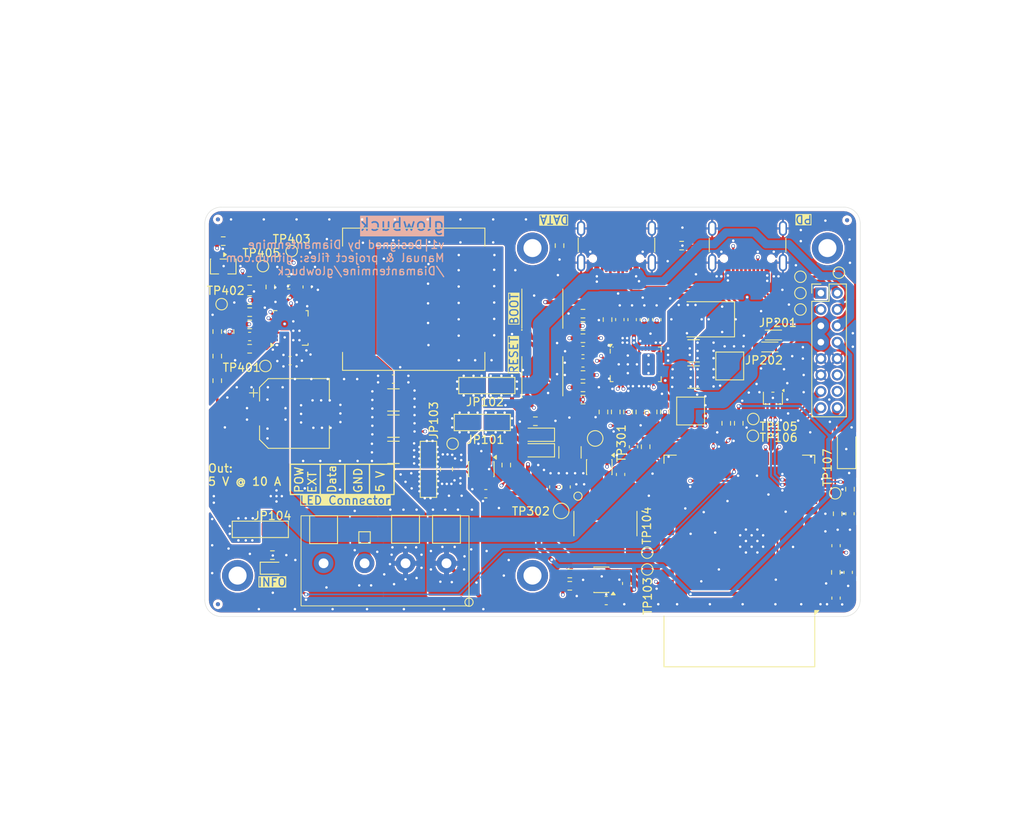
<source format=kicad_pcb>
(kicad_pcb (version 20241229) (generator "pcbnew") (generator_version "9.0")
  (layers (0 "F.Cu" signal) (4 "In1.Cu" power) (6 "In2.Cu" mixed) (2 "B.Cu" signal) (13 "F.Paste" user) (15 "B.Paste" user) (5 "F.SilkS" user "F.Silkscreen") (7 "B.SilkS" user "B.Silkscreen") (1 "F.Mask" user) (3 "B.Mask" user) (25 "Edge.Cuts" user))
  (net 0 "")
  (net 1 "VOUT")
  (net 2 "GND")
  (net 3 "VBUS")
  (net 4 "+3V3")
  (net 5 "/MC_EN")
  (net 6 "/MC_BOOT0")
  (net 7 "LIGHT_SENSE")
  (net 8 "CURSENSE_V")
  (net 9 "/USB-C and PD/VBUS_IN")
  (net 10 "/USB-C and PD/PD_LDO1V5")
  (net 11 "/USB-C and PD/USB_CC1")
  (net 12 "/USB-C and PD/USB_CC2")
  (net 13 "/USB-C and PD/PD_VIN3V3")
  (net 14 "/USB-C and PD/PD_LDO_3V3")
  (net 15 "/Buck 3V3/SW")
  (net 16 "/Buck 3V3/BST")
  (net 17 "/Buck 3V3/VIN")
  (net 18 "/Buck Power/BOOT")
  (net 19 "GND1")
  (net 20 "/Buck Power/VDD")
  (net 21 "Net-(U401-V_{DRV})")
  (net 22 "+5V")
  (net 23 "/AUX_LED_GREEN")
  (net 24 "Net-(D103-K)")
  (net 25 "/LED_POW")
  (net 26 "/LED_D0")
  (net 27 "SCK")
  (net 28 "SDA")
  (net 29 "/USB-C and PD/USB_PD_P")
  (net 31 "/USB-C and PD/USB_PD_N")
  (net 33 "/USB-C and PD/USB_ESP_P")
  (net 35 "/USB-C and PD/USB2_CC1")
  (net 36 "/USB-C and PD/USB_ESP_N")
  (net 38 "/USB-C and PD/USB2_CC2")
  (net 39 "/Buck Power/SW")
  (net 40 "/CURSENSE_+IN")
  (net 41 "/CURSENSE_-IN")
  (net 42 "/Buck 3V3/FB")
  (net 43 "/Buck Power/EN")
  (net 44 "Net-(Q401-G)")
  (net 45 "/USB-C and PD/PD_ADC4")
  (net 46 "/USB-C and PD/PD_ADC1")
  (net 47 "/USB-C and PD/PD_ADC2")
  (net 48 "/USB-C and PD/PD_ADC3")
  (net 49 "/CURSENSE_IC_OUT")
  (net 50 "LED_D0_3V3")
  (net 51 "USB_P")
  (net 52 "USB_N")
  (net 53 "/Buck Power/PHASE")
  (net 54 "BUCK_DISABLE")
  (net 55 "/Buck Power/MODE1")
  (net 56 "/Buck Power/MODE2")
  (net 57 "/Buck Power/FB")
  (net 58 "/MC_TX")
  (net 59 "/MC_RX")
  (net 60 "/Buck Power/PGOOD")
  (net 92 "Net-(U401-V_{OUT})")
  (net 93 "Net-(C403-Pad1)")
  (net 94 "Net-(J101-Pin_4)")
  (net 95 "Net-(J101-Pin_3)")
  (net 96 "Net-(J101-Pin_2)")
  (net 97 "Net-(J101-Pin_1)")
  (net 98 "/VBUS_EXT")
  (net 99 "Net-(U103-B)")
  (net 100 "Net-(R404-Pad2)")
  (net 101 "Net-(R408-Pad2)")
  (net 103 "GPIO9")
  (net 104 "GPIO10")
  (footprint "Resistor_SMD:R_0603_1608Metric" (layer "F.Cu") (at 108.66 75.012 90)
    (property "Reference" "R211" (hide yes))
    (property "Value" "100k")
  )
  (footprint "Capacitor_SMD:CP_Elec_8x10" (layer "F.Cu") (at 64.9425 75.2)
    (property "Reference" "C401" (hide yes))
    (property "Value" "100u")
  )
  (footprint "Package_DFN_QFN:Texas_REF0038A_WQFN-38-2EP_6x4mm_P0.4" (layer "F.Cu") (at 106.6 69.2)
    (property "Reference" "U201" (hide yes))
    (property "Value" "TPS25730D")
  )
  (footprint "TestPoint:TestPoint_Pad_D1.0mm" (layer "F.Cu") (at 126.7 58.5)
    (property "Reference" "TP109" (hide yes))
    (property "Value" "TestPoint")
  )
  (footprint "Resistor_SMD:R_0603_1608Metric" (layer "F.Cu") (at 55.52 68.195 -90)
    (property "Reference" "R405" (hide yes))
    (property "Value" "5k1")
  )
  (footprint "rise:PTS526_GPins_NoGround_2Pole" (layer "F.Cu") (at 95.2 62.4 90)
    (property "Reference" "SW102" (hide yes))
    (property "Value" "SW_Push")
  )
  (footprint "glowbuck:SolderJumper_Open_HighCurrent" (layer "F.Cu") (at 60.8 89.35 180)
    (property "Reference" "JP104")
    (property "Value" "SolderJumper_2_Open")
  )
  (footprint "rise:BOURNS_SRR7045" (layer "F.Cu") (at 102.9 88.65)
    (property "Reference" "L301" (hide yes))
    (property "Value" "3u9")
  )
  (footprint "Resistor_SMD:R_0603_1608Metric" (layer "F.Cu") (at 117.65 76.4 -90)
    (property "Reference" "R104" (hide yes))
    (property "Value" "5k1")
  )
  (footprint "TestPoint:TestPoint_Pad_D1.0mm" (layer "F.Cu") (at 61.4 69.4 90)
    (property "Reference" "TP401")
    (property "Value" "TestPoint")
  )
  (footprint "Capacitor_SMD:C_0603_1608Metric" (layer "F.Cu") (at 104.66 63.735 -90)
    (property "Reference" "C207" (hide yes))
    (property "Value" "10u")
  )
  (footprint "Capacitor_SMD:C_1210_3225Metric" (layer "F.Cu") (at 77.025 76.75 180)
    (property "Reference" "C407" (hide yes))
    (property "Value" "47 uF")
  )
  (footprint "TestPoint:TestPoint_Pad_D1.5mm" (layer "F.Cu") (at 101.65 78.25)
    (property "Reference" "TP301")
    (property "Value" "TestPoint")
  )
  (footprint "Resistor_SMD:R_0603_1608Metric" (layer "F.Cu") (at 110.17 75.01 90)
    (property "Reference" "R210" (hide yes))
    (property "Value" "100k")
  )
  (footprint "Resistor_SMD:R_0603_1608Metric" (layer "F.Cu") (at 119.175 76.4 -90)
    (property "Reference" "R105" (hide yes))
    (property "Value" "5k1")
  )
  (footprint "Capacitor_SMD:C_0603_1608Metric" (layer "F.Cu") (at 66.5 59.75 -90)
    (property "Reference" "C409" (hide yes))
    (property "Value" "1u")
  )
  (footprint "Capacitor_SMD:C_0603_1608Metric" (layer "F.Cu") (at 104.75 82.65 -90)
    (property "Reference" "C301" (hide yes))
    (property "Value" "100n")
  )
  (footprint "Resistor_SMD:R_0603_1608Metric" (layer "F.Cu") (at 107.81 79.265 -90)
    (property "Reference" "R102" (hide yes))
    (property "Value" "5k1")
  )
  (footprint "Fiducial:Fiducial_0.5mm_Mask1mm" (layer "F.Cu") (at 55.6 98.5)
    (property "Reference" "FID105" (hide yes))
    (property "Value" "Fiducial")
  )
  (footprint "MountingHole:MountingHole_2.2mm_M2_DIN965_Pad_TopBottom" (layer "F.Cu") (at 58 95)
    (property "Reference" "H103" (hide yes))
    (property "Value" "MountingHole")
  )
  (footprint "Diode_SMD:D_1206_3216Metric" (layer "F.Cu") (at 132.35 79.65 90)
    (property "Reference" "D104" (hide yes))
    (property "Value" "D_Photo")
  )
  (footprint "glowbuck:NETTIE_0.3mm" (layer "F.Cu") (at 96.6 84.45 -90)
    (property "Reference" "NT301" (hide yes))
    (property "Value" "NetTie_2")
  )
  (footprint "Capacitor_SMD:C_0603_1608Metric" (layer "F.Cu") (at 105.5 95.9625 90)
    (property "Reference" "C105" (hide yes))
    (property "Value" "100n")
  )
  (footprint "Capacitor_SMD:C_0603_1608Metric" (layer "F.Cu") (at 106.33 79.27 90)
    (property "Reference" "C103" (hide yes))
    (property "Value" "100n")
  )
  (footprint "Capacitor_SMD:C_0603_1608Metric" (layer "F.Cu") (at 64.4 68.75)
    (property "Reference" "C402" (hide yes))
    (property "Value" "100n")
  )
  (footprint "Capacitor_SMD:C_0603_1608Metric" (layer "F.Cu") (at 131.05 97.75 -90)
    (property "Reference" "C101" (hide yes))
    (property "Value" "10u")
  )
  (footprint "glowbuck:NETTIE_0.3mm" (layer "F.Cu") (at 84.725 82.25 180)
    (property "Reference" "NT102" (hide yes))
    (property "Value" "NetTie_2")
  )
  (footprint "Capacitor_SMD:C_0603_1608Metric" (layer "F.Cu") (at 77.025 71 180)
    (property "Reference" "C404" (hide yes))
    (property "Value" "100n")
  )
  (footprint "Resistor_SMD:R_0603_1608Metric" (layer "F.Cu") (at 100.16 70.51 180)
    (property "Reference" "R207" (hide yes))
    (property "Value" "100k")
  )
  (footprint "Resistor_SMD:R_0603_1608Metric" (layer "F.Cu") (at 100.16 64.51)
    (property "Reference" "R202" (hide yes))
    (property "Value" "3k")
  )
  (footprint "MountingHole:MountingHole_2.2mm_M2_DIN965_Pad_TopBottom" (layer "F.Cu") (at 94 55)
    (property "Reference" "H104" (hide yes))
    (property "Value" "MountingHole")
  )
  (footprint "TestPoint:TestPoint_Pad_3.0x3.0mm" (layer "F.Cu") (at 68.5 89.4)
    (property "Reference" "J106" (hide yes))
    (property "Value" "Conn_01x01_Pin")
  )
  (footprint "Capacitor_SMD:C_0603_1608Metric" (layer "F.Cu") (at 64.25 59 180)
    (property "Reference" "C410" (hide yes))
    (property "Value" "1u")
  )
  (footprint "Package_TO_SOT_SMD:SOT-23-3" (layer "F.Cu") (at 56.25 57.25 -90)
    (property "Reference" "Q401" (hide yes))
    (property "Value" "2N7002NXAKR")
  )
  (footprint "Resistor_SMD:R_0603_1608Metric" (layer "F.Cu") (at 55.52 65.195 -90)
    (property "Reference" "R404" (hide yes))
    (property "Value" "22k")
  )
  (footprint "Capacitor_SMD:C_0603_1608Metric" (layer "F.Cu") (at 102.999999 98.05)
    (property "Reference" "C107" (hide yes))
    (property "Value" "100n")
  )
  (footprint "glowbuck:SolderJumper_123_0603" (layer "F.Cu") (at 122.97 67.08)
    (property "Reference" "JP202")
    (property "Value" "SolderJumper_3_Bridged12")
  )
  (footprint "Resistor_SMD:R_0805_2012Metric" (layer "F.Cu") (at 83.5 82 -90)
    (property "Reference" "R109" (hide yes))
    (property "Value" "0R002")
  )
  (footprint "Package_TO_SOT_SMD:SOT-23-6" (layer "F.Cu") (at 102.4 95.5125 180)
    (property "Reference" "U103" (hide yes))
    (property "Value" "SN74LVC1T45DBV")
  )
  (footprint "MountingHole:MountingHole_2.2mm_M2_DIN965_Pad_TopBottom" (layer "F.Cu") (at 94 95)
    (property "Reference" "H101" (hide yes))
    (property "Value" "MountingHole")
  )
  (footprint "Capacitor_SMD:C_0603_1608Metric" (layer "F.Cu") (at 100.16 67.51)
    (property "Reference" "C208" (hide yes))
    (property "Value" "10u")
  )
  (footprint "Resistor_SMD:R_0603_1608Metric" (layer "F.Cu") (at 97.3 54.7 90)
    (property "Reference" "R212" (hide yes))
    (property "Value" "5k1")
  )
  (footprint "Package_TO_SOT_SMD:SOT-23-6" (layer "F.Cu") (at 87.75 82 -90)
    (property "Reference" "U102" (hide yes))
    (property "Value" "INA181A3")
  )
  (footprint "Resistor_SMD:R_0603_1608Metric" (layer "F.Cu") (at 100.16 66.01)
    (property "Reference" "R203" (hide yes))
    (property "Value" "100k")
  )
  (footprint "glowbuck:NETTIE_0.2mm" (layer "F.Cu") (at 80.3 77.4)
    (property "Reference" "NT401" (hide yes))
    (property "Value" "NetTie_2")
  )
  (footprint "Resistor_SMD:R_0603_1608Metric" (layer "F.Cu") (at 102.66 75.018 -90)
    (property "Reference" "R214" (hide yes))
    (property "Value" "5k1")
  )
  (footprint "TestPoint:TestPoint_Pad_D1.0mm" (layer "F.Cu") (at 131.4 58)
    (property "Reference" "TP111" (hide yes))
    (property "Value" "TestPoint")
  )
  (footprint "Resistor_SMD:R_0603_1608Metric" (layer "F.Cu") (at 55.52 71.195 -90)
    (property "Reference" "R402" (hide yes))
    (property "Value" "100k")
  )
  (footprint "Resistor_SMD:R_0603_1608Metric" (layer "F.Cu") (at 131.25 87.45 -90)
    (property "Reference" "R108" (hide yes))
    (property "Value" "100k")
  )
  (footprint "Capacitor_SMD:C_0603_1608Metric" (layer "F.Cu") (at 107.66 63.735 90)
    (property "Reference" "C206" (hide yes))
    (property "Value" "330p")
  )
  (footprint "TestPoint:TestPoint_Pad_D1.0mm" (layer "F.Cu") (at 56.05 61.85)
    (property "Reference" "TP402")
    (property "Value" "TestPoint")
  )
  (footprint "Capacitor_SMD:C_0603_1608Metric" (layer "F.Cu") (at 109.16 63.735 90)
    (property "Reference" "C205" (hide yes))
    (property "Value" "330p")
  )
  (footprint "Resistor_SMD:R_0603_1608Metric" (layer "F.Cu") (at 56.25 54.15)
    (property "Reference" "R401" (hide yes))
    (property "Value" "5k1")
  )
  (footprint "Capacitor_SMD:C_0603_1608Metric" (layer "F.Cu") (at 98.1 84.175 -90)
    (property "Reference" "C304" (hide yes))
    (property "Value" "10u")
  )
  (footprint "Diode_SMD:D_SMB" (layer "F.Cu") (at 115 63.7 180)
    (property "Reference" "D201" (hide yes))
    (property "Value" "SMBJ22A-TR")
  )
  (footprint "Fiducial:Fiducial_0.5mm_Mask1mm" (layer "F.Cu") (at 55.6 51.5)
    (property "Reference" "FID103" (hide yes))
    (property "Value" "Fiducial")
  )
  (footprint "LED_SMD:LED_0603_1608Metric" (layer "F.Cu") (at 62.25 94.1)
    (property "Reference" "D103" (hide yes))
    (property "Value" "LED Green")
  )
  (footprint "Capacitor_SMD:C_0603_1608Metric" (layer "F.Cu") (at 59.475 65.8)
    (property "Reference" "C403" (hide yes))
    (property "Value" "100n")
  )
  (footprint "Connector_USB:USB_C_Receptacle_GCT_USB4105-xx-A_16P_TopMnt_Horizontal" (layer "F.Cu") (at 120.25 53.675 180)
    (property "Reference" "J201" (hide yes))
    (property "Value" "USB_C_Receptacle_USB2.0_16P")
  )
  (footprint "Resistor_SMD:R_0603_1608Metric" (layer "F.Cu") (at 100.16 73.51)
    (property "Reference" "R204" (hide yes))
    (property "Value" "100k")
  )
  (footprint "TestPoint:TestPoint_Pad_D1.0mm" (layer "F.Cu") (at 108 94.25)
    (property "Reference" "TP103")
    (property "Value" "TestPoint")
  )
  (footprint "TestPoint:TestPoint_Pad_D1.0mm" (layer "F.Cu") (at 126.7 60.5)
    (property "Reference" "TP108" (hide yes))
    (property "Value" "TestPoint")
  )
  (footprint "RF_Module:ESP32-S3-WROOM-1" (layer "F.Cu") (at 119.25 93.24 180)
    (property "Reference" "U101" (hide yes))
    (property "Value" "ESP32-S3-WROOM-1")
  )
  (footprint "TestPoint:TestPoint_Pad_D1.0mm" (layer "F.Cu") (at 130.95 84.95)
    (property "Reference" "TP107")
    (property "Value" "TestPoint")
  )
  (footprint "TestPoint:TestPoint_Pad_3.0x3.0mm" (layer "F.Cu") (at 113.3 74.9)
    (property "Reference" "TP101" (hide yes))
    (property "Value" "TestPoint")
  )
  (footprint "Capacitor_SMD:C_0603_1608Metric" (layer "F.Cu") (at 88.3 85 180)
    (property "Reference" "C108" (hide yes))
    (property "Value" "100n")
  )
  (footprint "Resistor_SMD:R_0603_1608Metric" (layer "F.Cu") (at 94.35 76.15 180)
    (property "Reference" "R103" (hide yes))
    (property "Value" "0R")
  )
  (footprint "TestPoint:TestPoint_Pad_3.0x3.0mm" (layer "F.Cu") (at 118.075 69.4)
    (property "Reference" "TP102" (hide yes))
    (property "Value" "TestPoint")
  )
  (footprint "TestPoint:TestPoint_Pad_3.0x3.0mm" (layer "F.Cu") (at 78.5 89.35 90)
    (property "Reference" "J104" (hide yes))
    (property "Value" "Conn_01x01_Pin")
  )
  (footprint "Capacitor_SMD:C_0603_1608Metric" (layer "F.Cu") (at 64.25 60.5 180)
    (property "Reference" "C408" (hide yes))
    (property "Value" "1u")
  )
  (footprint "Resistor_SMD:R_0603_1608Metric" (layer "F.Cu") (at 112.2 54.7 180)
    (property "Reference" "R213" (hide yes))
    (property "Value" "5k1")
  )
  (footprint "Capacitor_SMD:C_1210_3225Metric" (layer "F.Cu") (at 98.575 79.95 90)
    (property "Reference" "C303" (hide yes))
    (property "Value" "10u")
  )
  (footprint "Resistor_SMD:R_0603_1608Metric" (layer "F.Cu") (at 90.8 81.5 -90)
    (property "Reference" "R110" (hide yes))
    (property "Value" "5k1")
  )
  (footprint "Resistor_SMD:R_0603_1608Metric" (layer "F.Cu") (at 100.16 72.01)
    (property "Reference" "R205" (hide yes))
    (property "Value" "100k")
  )
  (footprint "Resistor_SMD:R_0603_1608Metric" (layer "F.Cu") (at 57.02 65.195 90)
    (property "Reference" "R406" (hide yes))
    (property "Value" "0R")
  )
  (footprint "Package_TO_SOT_SMD:SOT-323_SC-70" (layer "F.Cu") (at 123.342 73.33 -90)
    (property "Reference" "U202" (hide yes))
    (property "Value" "TPD2E2U06DCK")
  )
  (footprint "glowbuck:SolderJumper_123_0603" (layer "F.Cu") (at 123.41 65.62)
    (property "Reference" "JP201")
    (property "Value" "SolderJumper_3_Bridged12")
  )
  (footprint "rise:PTS526_GPins_NoGround_2Pole" (layer "F.Cu") (at 95.2 70.65 90)
    (property "Reference" "SW101" (hide yes))
    (property "Value" "SW_Push")
  )
  (footprint "Resistor_SMD:R_0603_1608Metric" (layer "F.Cu") (at 132.75 84.45 -90)
    (property "Reference" "R107" (hide yes))
    (property "Value" "100k")
  )
  (footprint "Capacitor_SMD:C_1210_3225Metric" (layer "F.Cu") (at 77.025 79.95 180)
    (property "Reference" "C406" (hide yes))
    (property "Value" "47 uF")
  )
  (footprint "glowbuck:NETTIE_0.3mm" (layer "F.Cu") (at 84.725 81.75 180)
    (property "Reference" "NT101" (hide yes))
    (property "Value" "NetTie_2")
  )
  (footprint "Resistor_SMD:R_0603_1608Metric" (layer "F.Cu") (at 59.475 59)
    (property "Reference" "R409" (hide yes))
    (property "Value" "22k")
  )
  (footprint "Resistor_SMD:R_0603_1608Metric" (layer "F.Cu") (at 59.475 61.35)
    (property "Reference" "R410" (hide yes))
    (property "Value" "100k")
  )
  (footprint "Connector_USB:USB_C_Receptacle_GCT_USB4105-xx-A_16P_TopMnt_Horizontal" (layer "F.Cu") (at 104.25 53.675 180)
    (property "Reference" "J202" (hide yes))
    (property "Value" "USB_C_Receptacle_USB2.0_16P")
  )
  (footprint "TestPoint:TestPoint_Pad_D1.0mm" (layer "F.Cu") (at 61.1 57.2)
    (property "Reference" "TP405")
    (property "Value" "TestPoint")
  )
  (footprint "Resistor_SMD:R_0603_1608Metric" (layer "F.Cu") (at 98.55 94.75)
    (property "Reference" "R111" (hide yes))
    (property "Value" "100R")
  )
  (footprint "Resistor_SMD:R_0603_1608Metric" (layer "F.Cu") (at 59.48 64.32427 180)
    (property "Reference" "R407" (hide yes))
    (property "Value" "100k")
  )
  (footprint "TestPoint:TestPoint_Pad_D1.0mm" (layer "F.Cu") (at 64.6 55.35)
    (property "Reference" "TP403")
    (property "Value" "TestPoint")
  )
  (footprint "TestPoint:TestPoint_Pad_D1.0mm" (layer "F.Cu") (at 120.9 77.925)
    (property "Reference" "TP106")
    (property "Value" "TestPoint")
  )
  (footprint "Capacitor_SMD:C_0603_1608Metric" (layer "F.Cu") (at 106.16 63.735 -90)
    (property "Reference" "C202" (hide yes))
    (property "Value" "100n")
  )
  (footprint "Connector_PinHeader_2.00mm:PinHeader_2x08_P2.00mm_Vertical" (layer "F.Cu") (at 129.2 60.5)
    (property "Reference" "J101" (hide yes))
    (property "Value" "Conn_02x08_Odd_Even")
  )
  (footprint "Diode_SMD:D_MicroSMP_AK" (layer "F.Cu") (at 94.5475 79.7 180)
    (property "Reference" "D102" (hide yes))
    (property "Value" "MSS1P4-M3/89A")
  )
  (footprint "Inductor_SMD:L_Vishay_IHLP-6767" (layer "F.Cu") (at 79.5 61.25)
    (property "Reference" "L401" (hide yes))
    (property "Value" "2u2")
  )
  (footprint "TestPoint:TestPoint_Pad_D1.0mm" (layer "F.Cu") (at 84.25 78.9)
    (property "Reference" "TP404" (hide yes))
    (property "Value" "TestPoint")
  )
  (footprint "Resistor_SMD:R_0603_1608Metric" (layer "F.Cu") (at 131.03 94.61 90)
    (property "Reference" "R101" (hide yes))
    (property "Value" "5k1")
  )
  (footprint "Capacitor_SMD:C_0603_1608Metric" (layer "F.Cu") (at 132.75 87.45 -90)
    (property "Reference" "C104" (hide yes))
    (property "Value" "100n")
  )
  (footprint "Resistor_SMD:R_0603_1608Metric" (layer "F.Cu") (at 103.16 63.735 90)
    (property "Reference" "R201" (hide yes))
    (property "Value" "0R")
  )
  (footprint "Package_DFN_QFN:Vishay_PowerPAK_MLP44-24L_ThermalVias" (layer "F.Cu") (at 64.5 64.75 90)
    (property "Reference" "U401" (hide yes))
    (property "Value" "SIC437A")
  )
  (footprint "MountingHole:MountingHole_2.2mm_M2_DIN965_Pad_TopBottom" (layer "F.Cu") (at 130 55)
    (property "Reference" "H102" (hide yes))
    (property "Value" "MountingHole")
  )
  (footprint "TestPoint:TestPoint_Pad_1.0x1.0mm" (layer "F.Cu") (at 73.5 90.35 90)
    (property "Reference" "J103" (hide yes))
    (property "Value" "Conn_01x01_Pin")
  )
  (footprint "glowbuck:SolderJumper_Open_HighCurrent" (layer "F.Cu") (at 81.3 82.05 90)
    (property "Reference" "JP103")
    (property "Value" "SolderJumper_2_Open")
  )
  (footprint "Capacitor_SMD:C_1210_3225Metric" (layer "F.Cu") (at 77.025 73.55 180)
    (property "Reference" "C405" (hide yes))
    (property "Value" "47 uF")
  )
  (footprint "Capacitor_SMD:C_1210_3225Metric" (layer "F.Cu") (at 113.66 67.55 180)
    (property "Reference" "C201" (hide yes))
    (property "Value" "10u")
  )
  (footprint "Resistor_SMD:R_0603_1608Metric" (layer "F.Cu") (at 107.17 75.02 -90)
    (property "Reference" "R215" (hide yes))
    (property "Value" "3k")
  )
  (footprint "Fiducial:Fiducial_0.5mm_Mask1mm" (layer "F.Cu") (at 132.4 51.6)
    (property "Reference" "FID101" (hide yes))
    (property "Value" "Fiducial")
  )
  (footprint "Resistor_SMD:R_0603_1608Metric" (layer "F.Cu") (at 105.66 75.016 90)
    (property "Reference" "R209" (hide yes))
    (property "Value" "22k")
  )
  (footprint "glowbuck:PTS 1,5_ 4-5,0-H" (layer "F.Cu") (at 76 93.5 -90)
    (property "Reference" "J102" (hide yes))
    (property "Value" "Conn_01x04_Socket")
  )
  (footprint "Diode_SMD:D_MicroSMP_AK" (layer "F.Cu") (at 94.5475 77.8 180)
    (property "Reference" "D101" (hide yes))
    (property "Value" "MSS1P4-M3/89A")
  )
  (footprint "Resistor_SMD:R_0603_1608Metric" (layer "F.Cu") (at 62.25 92.5)
    (property "Reference" "R106" (hide yes))
    (property "Value" "5k1")
  )
  (footprint "TestPoint:TestPoint_Pad_D1.5mm" (layer "F.Cu") (at 97.5 87.1)
    (property "Reference" "TP302")
    (property "Value" "TestPoint")
  )
  (footprint "Resistor_SMD:R_0603_1608Metric" (layer "F.Cu") (at 100.16 63.01)
    (property "Reference" "R206" (hide yes))
    (property "Value" "5k1")
  )
  (footprint "Resistor_SMD:R_0603_1608Metric" (layer "F.Cu") (at 62 59.75 -90)
    (property "Reference" "R411" (hide yes))
    (property "Value" "3k")
  )
  (footprint "Resistor_SMD:R_0603_1608Metric" (layer "F.Cu") (at 98.55 96.25)
    (property "Reference" "R112" (hide yes))
    (property "Value" "100R")
  )
  (footprint "Resistor_SMD:R_0603_1608Metric" (layer "F.Cu") (at 59.48 62.82427 180)
    (property "Reference" "R408" (hide yes))
    (property "Value" "100k")
  )
  (footprint "Capacitor_SMD:C_0603_1608Metric" (layer "F.Cu") (at 132.53 94.61 -90)
    (property "Reference" "C102" (hide yes))
    (property "Value" "100n")
  )
  (footprint "glowbuck:SolderJumper_Open_HighCurrent" (layer "F.Cu") (at 87.9 76.3 180)
    (property "Reference" "JP101")
    (property "Value" "SolderJumper_2_Open")
  )
  (footprint "TestPoint:TestPoint_Pad_D1.0mm" (layer "F.Cu") (at 120.95 75.875)
    (property "Reference" "TP105")
    (property "Value" "TestPoint")
  )
  (footprint "glowbuck:SolderJumper_Open_HighCurrent" (layer "F.Cu") (at 88.45 71.8 180)
    (property "Reference" "JP102")
    (property "Value" "SolderJumper_2_Open")
  )
  (footprint "Capacitor_SMD:C_1210_3225Metric" (layer "F.Cu") (at 113.66 70.75 180)
    (property "Reference" "C203" (hide yes))
    (property "Value" "10u")
  )
  (footprint "glowbuck:NETTIE_0.3mm" (layer "F.Cu") (at 64.41 64.41)
    (property "Reference" "NT402" (hide yes))
    (property "Value" "NetTie_2")
  )
  (footprint "Resistor_SMD:R_0603_1608Metric" (layer "F.Cu") (at 104.16 75.014 90)
    (property "Reference" "R208" (hide yes))
    (property "Value" "100k")
  )
  (footprint "Resistor_SMD:R_0603_1608Metric" (layer "F.Cu") (at 59.475 67.3 180)
    (property "Reference" "R403" (hide yes))
    (property "Value" "2R2")
  )
  (footprint "TestPoint:TestPoint_Pad_D1.0mm" (layer "F.Cu") (at 108 92.2)
    (property "Reference" "TP104")
    (property "Value" "TestPoint")
  )
  (footprint "TestPoint:TestPoint_Pad_D1.0mm" (layer "F.Cu") (at 126.7 62.5)
    (property "Reference" "TP110" (hide yes))
    (property "Value" "TestPoint")
  )
  (footprint "Package_TO_SOT_SMD:TSOT-23-6" (layer "F.Cu") (at 102.15 81.75 -90)
    (property "Reference" "U301" (hide yes))
    (property "Value" "AP63203WU")
  )
  (footprint "TestPoint:TestPoint_Pad_3.0x3.0mm" (layer "F.Cu") (at 83.5 89.35 90)
    (property "Reference" "J105" (hide yes))
    (property "Value" "Conn_01x01_Pin")
  )
  (footprint "Capacitor_SMD:C_0603_1608Metric" (layer "F.Cu") (at 100.15571 69.016704)
    (property "Reference" "C204" (hide yes))
    (property "Value" "10u")
  )
  (footprint "Capacitor_SMD:C_0603_1608Metric" (layer "F.Cu") (at 131.05 91.35 90)
    (property "Reference" "C106" (hide yes))
    (property "Value" "100n")
  )
  (footprint "Capacitor_SMD:C_0603_1608Metric" (layer "F.Cu") (at 96.6 84.175 -90)
    (property "Reference" "C305" (hide yes))
    (property "Value" "10u")
  )
  (footprint "Fiducial:Fiducial_0.5mm_Mask1mm" (layer "B.Cu") (at 55.6 51.5)
    (property "Reference" "FID104" (hide yes))
    (property "Value" "Fiducial")
  )
  (footprint "Fiducial:Fiducial_0.5mm_Mask1mm" (layer "B.Cu") (at 55.6 98.5)
    (property "Reference" "FID106" (hide yes))
    (property "Value" "Fiducial")
  )
  (footprint "Fiducial:Fiducial_0.5mm_Mask1mm" (layer "B.Cu") (at 132.4 51.6)
    (property "Reference" "FID102" (hide yes))
    (property "Value" "Fiducial")
  )
  (gr_line (start 68.1 85.1) (end 68.1 81.5) (stroke (width 0.16)) (layer "F.SilkS"))
  (gr_line (start 74.1 81.4) (end 74.1 85.1) (stroke (width 0.16)) (layer "F.SilkS"))
  (gr_line (start 71.1 81.5) (end 71.1 85.1) (stroke (width 0.16)) (layer "F.SilkS"))
  (gr_rect (start 64.45 81.4) (end 77.1 85.1) (stroke (width 0.16)) (fill no) (layer "F.SilkS"))
  (gr_arc (start 134 98) (mid 133.414214 99.414214) (end 132 100) (stroke (width 0.05)) (layer "Edge.Cuts"))
  (gr_line (start 134 52) (end 134 98) (stroke (width 0.05)) (layer "Edge.Cuts"))
  (gr_arc (start 132 50) (mid 133.414214 50.585786) (end 134 52) (stroke (width 0.05)) (layer "Edge.Cuts"))
  (gr_line (start 54 98) (end 54 52) (stroke (width 0.05)) (layer "Edge.Cuts"))
  (gr_arc (start 56 100) (mid 54.585786 99.414214) (end 54 98) (stroke (width 0.05)) (layer "Edge.Cuts"))
  (gr_arc (start 54 52) (mid 54.585786 50.585786) (end 56 50) (stroke (width 0.05)) (layer "Edge.Cuts"))
  (gr_line (start 56 50) (end 132 50) (stroke (width 0.05)) (layer "Edge.Cuts"))
  (gr_line (start 132 100) (end 56 100) (stroke (width 0.05)) (layer "Edge.Cuts"))
  (gr_text "INFO" (at 60.4 96.4 0) (layer "F.SilkS" knockout) (effects (font (size 1 1) (thickness 0.16)) (justify left bottom)))
  (gr_text "DATA" (at 98.5 50.95 180) (layer "F.SilkS" knockout) (effects (font (size 1 1) (thickness 0.16)) (justify left bottom)))
  (gr_text "5 V" (at 76 84.9 90) (layer "F.SilkS") (effects (font (size 1 1) (thickness 0.16)) (justify left bottom)))
  (gr_text "BOOT" (at 92.35 64.5 90) (layer "F.SilkS" knockout) (effects (font (size 1 1) (thickness 0.16)) (justify left bottom)))
  (gr_text "Data" (at 70.1 85 90) (layer "F.SilkS") (effects (font (size 1 1) (thickness 0.16)) (justify left bottom)))
  (gr_text "PD" (at 128.2 50.9 180) (layer "F.SilkS" knockout) (effects (font (size 1 1) (thickness 0.16)) (justify left bottom)))
  (gr_text "RESET" (at 92.3 70.45 90) (layer "F.SilkS" knockout) (effects (font (size 1 1) (thickness 0.16)) (justify left bottom)))
  (gr_text "LED Connector" (at 65.5 86.4 0) (layer "F.SilkS" knockout) (effects (font (size 1 1) (thickness 0.16)) (justify left bottom)))
  (gr_text "GND" (at 73.3 85 90) (layer "F.SilkS") (effects (font (size 1 1) (thickness 0.16)) (justify left bottom)))
  (gr_text "Out:\n5 V @ 10 A" (at 54.3 84.1 0) (layer "F.SilkS") (effects (font (size 1 1) (thickness 0.16)) (justify left bottom)))
  (gr_text "POW\nEXT" (at 67.7 85 90) (layer "F.SilkS") (effects (font (size 1 1) (thickness 0.16)) (justify left bottom)))
  (gr_text "glowbuck" (at 83.35 53 0) (layer "B.SilkS" knockout) (effects (font (size 1.5 1.5) (thickness 0.2)) (justify left bottom mirror)))
  (gr_text "v1|Designed by Diamantenmine\nManual & project files: github.com\n/Diamantenmine/glowbuck" (at 83.35 54 0) (layer "B.SilkS") (effects (font (size 1 1) (thickness 0.153)) (justify left top mirror)))
  (via (at 89.325 59.65) (size 0.45) (drill 0.3) (layers "F.Cu" "B.Cu") (net 1))
  (via (at 79.6 75.4) (size 0.45) (drill 0.3) (layers "F.Cu" "B.Cu") (net 1))
  (via (at 89.35 55.85) (size 0.45) (drill 0.3) (layers "F.Cu" "B.Cu") (net 1))
  (via (at 75.85 56.3) (size 0.45) (drill 0.3) (layers "F.Cu" "B.Cu") (net 1))
  (via (at 85.3 80.25) (size 0.45) (drill 0.3) (layers "F.Cu" "B.Cu") (net 1))
  (via (at 77.85 69.55) (size 0.45) (drill 0.3) (layers "F.Cu" "B.Cu") (net 1))
  (via (at 79.6 76.4) (size 0.45) (drill 0.3) (layers "F.Cu" "B.Cu") (net 1))
  (via (at 82.4 81.675003) (size 0.45) (drill 0.3) (layers "F.Cu" "B.Cu") (net 1))
  (via (at 87 68.7) (size 0.45) (drill 0.3) (layers "F.Cu" "B.Cu") (net 1))
  (via (at 85 68.7) (size 0.45) (drill 0.3) (layers "F.Cu" "B.Cu") (net 1))
  (via (at 86.8 73) (size 0.45) (drill 0.3) (layers "F.Cu" "B.Cu") (net 1))
  (via (at 89 68.7) (size 0.45) (drill 0.3) (layers "F.Cu" "B.Cu") (net 1))
  (via (at 85.6 73) (size 0.45) (drill 0.3) (layers "F.Cu" "B.Cu") (net 1))
  (via (at 89.325 61.65) (size 0.45) (drill 0.3) (layers "F.Cu" "B.Cu") (net 1))
  (via (at 84.99 61.7) (size 0.45) (drill 0.3) (layers "F.Cu" "B.Cu") (net 1))
  (via (at 83.625003 80.2) (size 0.45) (drill 0.3) (layers "F.Cu" "B.Cu") (net 1))
  (via (at 84.99 63.7) (size 0.45) (drill 0.3) (layers "F.Cu" "B.Cu") (net 1))
  (via (at 82.4 79.3) (size 0.45) (drill 0.3) (layers "F.Cu" "B.Cu") (net 1))
  (via (at 82.4 81.1) (size 0.45) (drill 0.3) (layers "F.Cu" "B.Cu") (net 1))
  (via (at 85.1 75.1) (size 0.45) (drill 0.3) (layers "F.Cu" "B.Cu") (net 1))
  (via (at 79.55 81.3) (size 0.45) (drill 0.3) (layers "F.Cu" "B.Cu") (net 1))
  (via (at 87.8 73) (size 0.45) (drill 0.3) (layers "F.Cu" "B.Cu") (net 1))
  (via (at 83.05 80.2) (size 0.45) (drill 0.3) (layers "F.Cu" "B.Cu") (net 1))
  (via (at 84.99 57.7) (size 0.45) (drill 0.3) (layers "F.Cu" "B.Cu") (net 1))
  (via (at 80.2 80.7) (size 0.45) (drill 0.3) (layers "F.Cu" "B.Cu") (net 1))
  (via (at 85 55.85) (size 0.45) (drill 0.3) (layers "F.Cu" "B.Cu") (net 1))
  (via (at 89.325 57.65) (size 0.45) (drill 0.3) (layers "F.Cu" "B.Cu") (net 1))
  (via (at 80.2 79.9) (size 0.45) (drill 0.3) (layers "F.Cu" "B.Cu") (net 1))
  (via (at 86.2 75.1) (size 0.45) (drill 0.3) (layers "F.Cu" "B.Cu") (net 1))
  (via (at 81.3 56.95) (size 0.45) (drill 0.3) (layers "F.Cu" "B.Cu") (net 1))
  (via (at 84.8 71.3) (size 0.45) (drill 0.3) (layers "F.Cu" "B.Cu") (net 1))
  (via (at 79.55 78.85) (size 0.45) (drill 0.3) (layers "F.Cu" "B.Cu") (net 1))
  (via (at 82.4 79.9) (size 0.45) (drill 0.3) (layers "F.Cu" "B.Cu") (net 1))
  (via (at 78.85 70.6) (size 0.45) (drill 0.3) (layers "F.Cu" "B.Cu") (net 1))
  (via (at 86.8 70.6) (size 0.45) (drill 0.3) (layers "F.Cu" "B.Cu") (net 1))
  (via (at 89.325 63.65) (size 0.45) (drill 0.3) (layers "F.Cu" "B.Cu") (net 1))
  (via (at 81.25 59.35) (size 0.45) (drill 0.3) (layers "F.Cu" "B.Cu") (net 1))
  (via (at 85.1 77.5) (size 0.45) (drill 0.3) (layers "F.Cu" "B.Cu") (net 1))
  (via (at 84.8 72.2) (size 0.45) (drill 0.3) (layers "F.Cu" "B.Cu") (net 1))
  (via (at 81.25 64.15) (size 0.45) (drill 0.3) (layers "F.Cu" "B.Cu") (net 1))
  (via (at 81.3 66.85) (size 0.45) (drill 0.3) (layers "F.Cu" "B.Cu") (net 1))
  (via (at 87.3 75.1) (size 0.45) (drill 0.3) (layers "F.Cu" "B.Cu") (net 1))
  (via (at 87.8 70.6) (size 0.45) (drill 0.3) (layers "F.Cu" "B.Cu") (net 1))
  (via (at 86.2 77.5) (size 0.45) (drill 0.3) (layers "F.Cu" "B.Cu") (net 1))
  (via (at 84.2 76.9) (size 0.45) (drill 0.3) (layers "F.Cu" "B.Cu") (net 1))
  (via (at 82.512767 80.536163) (size 0.45) (drill 0.3) (layers "F.Cu" "B.Cu") (net 1))
  (via (at 84.99 65.7) (size 0.45) (drill 0.3) (layers "F.Cu" "B.Cu") (net 1))
  (via (at 81.8 78.55) (size 0.45) (drill 0.3) (layers "F.Cu" "B.Cu") (net 1))
  (via (at 84.2 75.8) (size 0.45) (drill 0.3) (layers "F.Cu" "B.Cu") (net 1))
  (via (at 85.3 80.9) (size 0.45) (drill 0.3) (layers "F.Cu" "B.Cu") (net 1))
  (via (at 84.2 80.25) (size 0.45) (drill 0.3) (layers "F.Cu" "B.Cu") (net 1))
  (via (at 79.6 74.4) (size 0.45) (drill 0.3) (layers "F.Cu" "B.Cu") (net 1))
  (via (at 80.2 81.45) (size 0.45) (drill 0.3) (layers "F.Cu" "B.Cu") (net 1))
  (via (at 80.2 79.3) (size 0.45) (drill 0.3) (layers "F.Cu" "B.Cu") (net 1))
  (via (at 79.6 72.4) (size 0.45) (drill 0.3) (layers "F.Cu" "B.Cu") (net 1))
  (via (at 85.6 70.6) (size 0.45) (drill 0.3) (layers "F.Cu" "B.Cu") (net 1))
  (via (at 79.55 80.5) (size 0.45) (drill 0.3) (layers "F.Cu" "B.Cu") (net 1))
  (via (at 79.6 77.4) (size 0.45) (drill 0.3) (layers "F.Cu" "B.Cu") (net 1))
  (via (at 81.25 61.75) (size 0.45) (drill 0.3) (layers "F.Cu" "B.Cu") (net 1))
  (via (at 79.55 79.7) (size 0.45) (drill 0.3) (layers "F.Cu" "B.Cu") (net 1))
  (via (at 89.325 65.65) (size 0.45) (drill 0.3) (layers "F.Cu" "B.Cu") (net 1))
  (via (at 84.99 59.7) (size 0.45) (drill 0.3) (layers "F.Cu" "B.Cu") (net 1))
  (via (at 79.6 73.4) (size 0.45) (drill 0.3) (layers "F.Cu" "B.Cu") (net 1))
  (via (at 81.1 78.55) (size 0.45) (drill 0.3) (layers "F.Cu" "B.Cu") (net 1))
  (via (at 84.55 80.7) (size 0.45) (drill 0.3) (layers "F.Cu" "B.Cu") (net 1))
  (via (at 78.85 71.4) (size 0.45) (drill 0.3) (layers "F.Cu" "B.Cu") (net 1))
  (segment (start 107 71.86) (end 107 71.125) (width 0.2) (layer "F.Cu") (net 2))
  (segment (start 66.5 58.975) (end 66.5 59.14) (width 0.2) (layer "F.Cu") (net 2))
  (segment (start 63.475 59.005) (end 64.15 59.68) (width 0.2) (layer "F.Cu") (net 2))
  (segment (start 107 67.275) (end 107 66.5) (width 0.2) (layer "F.Cu") (net 2))
  (segment (start 87.75 84.775) (end 87.75 83.1375) (width 0.5) (layer "F.Cu") (net 2))
  (segment (start 66.5 59.14) (end 67.07 59.71) (width 0.2) (layer "F.Cu") (net 2))
  (segment (start 65.230913 61.6) (end 65.230913 61.680913) (width 0.2) (layer "F.Cu") (net 2))
  (segment (start 107 67.275) (end 107 67.835) (width 0.2) (layer "F.Cu") (net 2))
  (segment (start 131.8 98.525) (end 131.05 98.525) (width 0.2) (layer "F.Cu") (net 2))
  (segment (start 107 66.5) (end 107.15 66.35) (width 0.2) (layer "F.Cu") (net 2))
  (segment (start 87.75 83.1375) (end 87.75 80.8625) (width 0.5) (layer "F.Cu") (net 2))
  (segment (start 107 67.835) (end 105.635 69.2) (width 0.2) (layer "F.Cu") (net 2))
  (segment (start 123.342 73.3) (end 123.342 74.33) (width 0.2) (layer "F.Cu") (net 2))
  (segment (start 130.975 98.5) (end 131 98.525) (width 0.5) (layer "F.Cu") (net 2))
  (segment (start 129.15 98.5) (end 129.95 98.5) (width 0.5) (layer "F.Cu") (net 2))
  (segment (start 87.525 85) (end 87.75 84.775) (width 0.5) (layer "F.Cu") (net 2))
  (segment (start 65.025 61.886826) (end 65.025 62.8125) (width 0.2) (layer "F.Cu") (net 2))
  (segment (start 128 98.5) (end 129.15 98.5) (width 0.5) (layer "F.Cu") (net 2))
  (segment (start 129.95 98.5) (end 130.975 98.5) (width 0.5) (layer "F.Cu") (net 2))
  (segment (start 65.230913 61.680913) (end 65.025 61.886826) (width 0.2) (layer "F.Cu") (net 2))
  (segment (start 131 98.525) (end 131.05 98.525) (width 0.5) (layer "F.Cu") (net 2))
  (segment (start 63.475 59) (end 63.475 59.005) (width 0.2) (layer "F.Cu") (net 2))
  (via (at 96.2 82.5) (size 0.45) (drill 0.3) (layers "F.Cu" "B.Cu") (net 2))
  (via (at 125.3 61.9) (size 0.45) (drill 0.3) (layers "F.Cu" "B.Cu") (net 2))
  (via (at 104.6 95.5) (size 0.45) (drill 0.3) (layers "F.Cu" "B.Cu") (net 2))
  (via (at 109.15 96.6) (size 0.45) (drill 0.3) (layers "F.Cu" "B.Cu") (net 2))
  (via (at 116.1 71.9) (size 0.45) (drill 0.3) (layers "F.Cu" "B.Cu") (net 2))
  (via (at 125.8 91.5) (size 0.45) (drill 0.3) (layers "F.Cu" "B.Cu") (net 2))
  (via (at 123.72 63.97) (size 0.45) (drill 0.3) (layers "F.Cu" "B.Cu") (net 2))
  (via (at 126.15 57.1) (size 0.45) (drill 0.3) (layers "F.Cu" "B.Cu") (net 2))
  (via (at 125.1 73.5) (size 0.45) (drill 0.3) (layers "F.Cu" "B.Cu") (net 2))
  (via (at 77.1 96.05) (size 0.45) (drill 0.3) (layers "F.Cu" "B.Cu") (net 2))
  (via (at 123.342 73.3) (size 0.45) (drill 0.3) (layers "F.Cu" "B.Cu") (net 2))
  (via (at 92.825 69.9) (size 0.45) (drill 0.3) (layers "F.Cu" "B.Cu") (net 2))
  (via (at 65.05 93.1) (size 0.45) (drill 0.3) (layers "F.Cu" "B.Cu") (net 2))
  (via (at 65 71) (size 0.45) (drill 0.3) (layers "F.Cu" "B.Cu") (net 2))
  (via (at 126.75 54.15) (size 0.45) (drill 0.3) (layers "F.Cu" "B.Cu") (net 2))
  (via (at 113.25 84.15) (size 0.45) (drill 0.3) (layers "F.Cu" "B.Cu") (net 2))
  (via (at 126.425 76.075) (size 0.45) (drill 0.3) (layers "F.Cu" "B.Cu") (net 2))
  (via (at 99.35 83.85) (size 0.45) (drill 0.3) (layers "F.Cu" "B.Cu") (net 2))
  (via (at 97.975 67.6) (size 0.45) (drill 0.3) (layers "F.Cu" "B.Cu") (net 2))
  (via (at 101.7 75.65) (size 0.45) (drill 0.3) (layers "F.Cu" "B.Cu") (net 2))
  (via (at 105.55 66) (size 0.45) (drill 0.3) (layers "F.Cu" "B.Cu") (net 2))
  (via (at 105.71 71.87) (size 0.45) (drill 0.3) (layers "F.Cu" "B.Cu") (net 2))
  (via (at 118.5 54.1) (size 0.45) (drill 0.3) (layers "F.Cu" "B.Cu") (net 2))
  (via (at 132.75 89.4) (size 0.45) (drill 0.3) (layers "F.Cu" "B.Cu") (net 2))
  (via (at 54.9 88.1) (size 0.45) (drill 0.3) (layers "F.Cu" "B.Cu") (net 2))
  (via (at 71 71) (size 0.45) (drill 0.3) (layers "F.Cu" "B.Cu") (net 2))
  (via (at 105 66.55) (size 0.45) (drill 0.3) (layers "F.Cu" "B.Cu") (net 2))
  (via (at 127.9 77.5) (size 0.45) (drill 0.3) (layers "F.Cu" "B.Cu") (net 2))
  (via (at 73.2 51.5) (size 0.45) (drill 0.3) (layers "F.Cu" "B.Cu") (net 2))
  (via (at 112.3 52.5) (size 0.45) (drill 0.3) (layers "F.Cu" "B.Cu") (net 2))
  (via (at 129.75 89.6) (size 0.45) (drill 0.3) (layers "F.Cu" "B.Cu") (net 2))
  (via (at 130.3 76.225) (size 0.45) (drill 0.3) (layers "F.Cu" "B.Cu") (net 2))
  (via (at 75.15 70.6) (size 0.45) (drill 0.3) (layers "F.Cu" "B.Cu") (net 2))
  (via (at 114.15 68.45) (size 0.45) (drill 0.3) (layers "F.Cu" "B.Cu") (net 2))
  (via (at 114.15 71.9) (size 0.45) (drill 0.3) (layers "F.Cu" "B.Cu") (net 2))
  (via (at 97 70.4) (size 0.45) (drill 0.3) (layers "F.Cu" "B.Cu") (net 2))
  (via (at 100.2 82.5) (size 0.45) (drill 0.3) (layers "F.Cu" "B.Cu") (net 2))
  (via (at 113.3 89.9) (size 0.45) (drill 0.3) (layers "F.Cu" "B.Cu") (net 2))
  (via (at 117.05 58.45) (size 0.45) (drill 0.3) (layers "F.Cu" "B.Cu") (net 2))
  (via (at 121.7 72.6) (size 0.45) (drill 0.3) (layers "F.Cu" "B.Cu") (net 2))
  (via (at 61.325 62.275) (size 0.45) (drill 0.3) (layers "F.Cu" "B.Cu") (net 2))
  (via (at 119.6 73.65) (size 0.45) (drill 0.3) (layers "F.Cu" "B.Cu") (net 2))
  (via (at 68.2 73.6) (size 0.45) (drill 0.3) (layers "F.Cu" "B.Cu") (net 2))
  (via (at 105.692584 72.444739) (size 0.45) (drill 0.3) (layers "F.Cu" "B.Cu") (net 2))
  (via (at 114.15 70.8) (size 0.45) (drill 0.3) (layers "F.Cu" "B.Cu") (net 2))
  (via (at 69.2 51.5) (size 0.45) (drill 0.3) (layers "F.Cu" "B.Cu") (net 2))
  (via (at 104.45 60.55) (size 0.45) (drill 0.3) (layers "F.Cu" "B.Cu") (net 2))
  (via (at 102.45 95.1) (size 0.45) (drill 0.3) (layers "F.Cu" "B.Cu") (net 2))
  (via (at 72.65 81) (size 0.45) (drill 0.3) (layers "F.Cu" "B.Cu") (net 2))
  (via (at 117.15 62.15) (size 0.45) (drill 0.3) (layers "F.Cu" "B.Cu") (net 2))
  (via (at 121.4 82.8) (size 0.45) (drill 0.3) (layers "F.Cu" "B.Cu") (net 2))
  (via (at 106.26 71.87) (size 0.45) (drill 0.3) (layers "F.Cu" "B.Cu") (net 2))
  (via (at 129.15 98.5) (size 0.45) (drill 0.3) (layers "F.Cu" "B.Cu") (net 2))
  (via (at 121.9 69.7) (size 0.45) (drill 0.3) (layers "F.Cu" "B.Cu") (net 2))
  (via (at 129.84 95.96) (size 0.45) (drill 0.3) (layers "F.Cu" "B.Cu") (net 2))
  (via (at 104.3 80.3) (size 0.45) (drill 0.3) (layers "F.Cu" "B.Cu") (net 2))
  (via (at 124.5 82.6) (size 0.45) (drill 0.3) (layers "F.Cu" "B.Cu") (net 2))
  (via (at 125.1 71.5) (size 0.45) (drill 0.3) (layers "F.Cu" "B.Cu") (net 2))
  (via (at 70.5 84.5) (size 0.45) (drill 0.3) (layers "F.Cu" "B.Cu") (net 2))
  (via (at 122.8 85.1) (size 0.45) (drill 0.3) (layers "F.Cu" "B.Cu") (net 2))
  (via (at 94.2 60.8) (size 0.45) (drill 0.3) (layers "F.Cu" "B.Cu") (net 2))
  (via (at 103.75 72.2) (size 0.45) (drill 0.3) (layers "F.Cu" "B.Cu") (net 2))
  (via (at 56.429997 65.2) (size 0.45) (drill 0.3) (layers "F.Cu" "B.Cu") (net 2))
  (via (at 65.2 69.45) (size 0.45) (drill 0.3) (layers "F.Cu" "B.Cu") (net 2))
  (via (at 103.35 70.95) (size 0.45) (drill 0.3) (layers "F.Cu" "B.Cu") (net 2))
  (via (at 118.6 67) (size 0.45) (drill 0.3) (layers "F.Cu" "B.Cu") (net 2))
  (via (at 116.75 79.25) (size 0.45) (drill 0.3) (layers "F.Cu" "B.Cu") (net 2))
  (via (at 76.8 92.45) (size 0.45) (drill 0.3) (layers "F.Cu" "B.Cu") (net 2))
  (via (at 122.364335 76.002754) (size 0.45) (drill 0.3) (layers "F.Cu" "B.Cu") (net 2))
  (via (at 116.9 71.8) (size 0.45) (drill 0.3) (layers "F.Cu" "B.Cu") (net 2))
  (via (at 58.35 57.2) (size 0.45) (drill 0.3) (layers "F.Cu" "B.Cu") (net 2))
  (via (at 131.8 98.525) (size 0.45) (drill 0.3) (layers "F.Cu" "B.Cu") (net 2))
  (via (at 72.6 71) (size 0.45) (drill 0.3) (layers "F.Cu" "B.Cu") (net 2))
  (via (at 69 71) (size 0.45) (drill 0.3) (layers "F.Cu" "B.Cu") (net 2))
  (via (at 114.6 95.7) (size 0.45) (drill 0.3) (layers "F.Cu" "B.Cu") (net 2))
  (via (at 132 87.45) (size 0.45) (drill 0.3) (layers "F.Cu" "B.Cu") (net 2))
  (via (at 96.8 76.1) (size 0.45) (drill 0.3) (layers "F.Cu" "B.Cu") (net 2))
  (via (at 74.45 75.65) (size 0.45) (drill 0.3) (layers "F.Cu" "B.Cu") (net 2))
  (via (at 133.1 65.4) (size 0.45) (drill 0.3) (layers "F.Cu" "B.Cu") (net 2))
  (via (at 98.5 75.7) (size 0.45) (drill 0.3) (layers "F.Cu" "B.Cu") (net 2))
  (via (at 116.1 66.55) (size 0.45) (drill 0.3) (layers "F.Cu" "B.Cu") (net 2))
  (via (at 88.7 82) (size 0.45) (drill 0.3) (layers "F.Cu" "B.Cu") (net 2))
  (via (at 62.3 92.55) (size 0.45) (drill 0.3) (layers "F.Cu" "B.Cu") (net 2))
  (via (at 123.7 95.5) (size 0.45) (drill 0.3) (layers "F.Cu" "B.Cu") (net 2))
  (via (at 97.2 82.5) (size 0.45) (drill 0.3) (layers "F.Cu" "B.Cu") (net 2))
  (via (at 100.3 83.85) (size 0.45) (drill 0.3) (layers "F.Cu" "B.Cu") (net 2))
  (via (at 63.95 92.5) (size 0.45) (drill 0.3) (layers "F.Cu" "B.Cu") (net 2))
  (via (at 132.75 56.8) (size 0.45) (drill 0.3) (layers "F.Cu" "B.Cu") (net 2))
  (via (at 57.7 68.7) (size 0.45) (drill 0.3) (layers "F.Cu" "B.Cu") (net 2))
  (via (at 112.3 54.7) (size 0.45) (drill 0.3) (layers "F.Cu" "B.Cu") (net 2))
  (via (at 117.45 67) (size 0.45) (drill 0.3) (layers "F.Cu" "B.Cu") (net 2))
  (via (at 124.5 60.1) (size 0.45) (drill 0.3) (layers "F.Cu" "B.Cu") (net 2))
  (via (at 67.15 73.6) (size 0.45) (drill 0.3) (layers "F.Cu" "B.Cu") (net 2))
  (via (at 114.15 66.55) (size 0.45) (drill 0.3) (layers "F.Cu" "B.Cu") (net 2))
  (via (at 66.9 68) (size 0.45) (drill 0.3) (layers "F.Cu" "B.Cu") (net 2))
  (via (at 117.15 65.25) (size 0.45) (drill 0.3) (layers "F.Cu" "B.Cu") (net 2))
  (via (at 74.45 76.7) (size 0.45) (drill 0.3) (layers "F.Cu" "B.Cu") (net 2))
  (via (at 131.825 84.475) (size 0.45) (drill 0.3) (layers "F.Cu" "B.Cu") (net 2))
  (via (at 56.9 91.7) (size 0.45) (drill 0.3) (layers "F.Cu" "B.Cu") (net 2))
  (via (at 108.158161 71.875) (size 0.45) (drill 0.3) (layers "F.Cu" "B.Cu") (net 2))
  (via (at 65.75 74.2) (size 0.45) (drill 0.3) (layers "F.Cu" "B.Cu") (net 2))
  (via (at 97 66.6) (size 0.45) (drill 0.3) (layers "F.Cu" "B.Cu") (net 2))
  (via (at 127.1 72.6) (size 0.45) (drill 0.3) (layers "F.Cu" "B.Cu") (net 2))
  (via (at 66 81) (size 0.45) (drill 0.3) (layers "F.Cu" "B.Cu") (net 2))
  (via (at 56.3 57.2) (size 0.45) (drill 0.3) (layers "F.Cu" "B.Cu") (net 2))
  (via (at 127 68.5) (size 0.45) (drill 0.3) (layers "F.Cu" "B.Cu") (net 2))
  (via (at 116.1 67.55) (size 0.45) (drill 0.3) (layers "F.Cu" "B.Cu") (net 2))
  (via (at 56.2 55.1) (size 0.45) (drill 0.3) (layers "F.Cu" "B.Cu") (net 2))
  (via (at 118.55 78.55) (size 0.45) (drill 0.3) (layers "F.Cu" "B.Cu") (net 2))
  (via (at 81.4 54.25) (size 0.45) (drill 0.3) (layers "F.Cu" "B.Cu") (net 2))
  (via (at 90.7 74.2) (size 0.45) (drill 0.3) (layers "F.Cu" "B.Cu") (net 2))
  (via (at 100.175 95.525) (size 0.45) (drill 0.3) (layers "F.Cu" "B.Cu") (net 2))
  (via (at 109.05 66.55) (size 0.45) (drill 0.3) (layers "F.Cu" "B.Cu") (net 2))
  (via (at 75.9 94.85) (size 0.45) (drill 0.3) (layers "F.Cu" "B.Cu") (net 2))
  (via (at 91.5 65.5) (size 0.45) (drill 0.3) (layers "F.Cu" "B.Cu") (net 2))
  (via (at 94.7 81.5) (size 0.45) (drill 0.3) (layers "F.Cu" "B.Cu") (net 2))
  (via (at 65 99.1) (size 0.45) (drill 0.3) (layers "F.Cu" "B.Cu") (net 2))
  (via (at 98.4 63) (size 0.45) (drill 0.3) (layers "F.Cu" "B.Cu") (net 2))
  (via (at 109.35 98.5) (size 0.45) (drill 0.3) (layers "F.Cu" "B.Cu") (net 2))
  (via (at 70.5 81) (size 0.45) (drill 0.3) (layers "F.Cu" "B.Cu") (net 2))
  (via (at 103 97.3) (size 0.45) (drill 0.3) (layers "F.Cu" "B.Cu") (net 2))
  (via (at 127.1 70.5) (size 0.45) (drill 0.3) (layers "F.Cu" "B.Cu") (net 2))
  (via (at 129.75 87.45) (size 0.45) (drill 0.3) (layers "F.Cu" "B.Cu") (net 2))
  (via (at 116.75 94.25) (size 0.45) (drill 0.3) (layers "F.Cu" "B.Cu") (net 2))
  (via (at 66.4 67.5) (size 0.45) (drill 0.3) (layers "F.Cu" "B.Cu") (net 2))
  (via (at 109.15 62) (size 0.45) (drill 0.3) (layers "F.Cu" "B.Cu") (net 2))
  (via (at 54.9 91.3) (size 0.45) (drill 0.3) (layers "F.Cu" "B.Cu") (net 2))
  (via (at 110.5 56.6) (size 0.45) (drill 0.3) (layers "F.Cu" "B.Cu") (net 2))
  (via (at 76.6 93.6) (size 0.45) (drill 0.3) (layers "F.Cu" "B.Cu") (net 2))
  (via (at 67.07 59.71) (size 0.45) (drill 0.3) (layers "F.Cu" "B.Cu") (net 2))
  (via (at 116.474997 58.45) (size 0.45) (drill 0.3) (layers "F.Cu" "B.Cu") (net 2))
  (via (at 119.75 67) (size 0.45) (drill 0.3) (layers "F.Cu" "B.Cu") (net 2))
  (via (at 105.55 66.55) (size 0.45) (drill 0.3) (layers "F.Cu" "B.Cu") (net 2))
  (via (at 109.8 72.8) (size 0.45) (drill 0.3) (layers "F.Cu" "B.Cu") (net 2))
  (via (at 65.75 75.25) (size 0.45) (drill 0.3) (layers "F.Cu" "B.Cu") (net 2))
  (via (at 107.65 62) (size 0.45) (drill 0.3) (layers "F.Cu" "B.Cu") (net 2))
  (via (at 87.95 85.9) (size 0.45) (drill 0.3) (layers "F.Cu" "B.Cu") (net 2))
  (via (at 72.3 91.9) (size 0.45) (drill 0.3) (layers "F.Cu" "B.Cu") (net 2))
  (via (at 79.85 86.95) (size 0.45) (drill 0.3) (layers "F.Cu" "B.Cu") (net 2))
  (via (at 57.6 61.65) (size 0.45) (drill 0.3) (layers "F.Cu" "B.Cu") (net 2))
  (via (at 99.2 82.5) (size 0.45) (drill 0.3) (layers "F.Cu" "B.Cu") (net 2))
  (via (at 66.35 97.95) (size 0.45) (drill 0.3) (layers "F.Cu" "B.Cu") (net 2))
  (via (at 110.61 80.48) (size 0.45) (drill 0.3) (layers "F.Cu" "B.Cu") (net 2))
  (via (at 120.4 72.65) (size 0.45) (drill 0.3) (layers "F.Cu" "B.Cu") (net 2))
  (via (at 119.8 65.7) (size 0.45) (drill 0.3) (layers "F.Cu" "B.Cu") (net 2))
  (via (at 126.8 98.5) (size 0.45) (drill 0.3) (layers "F.Cu" "B.Cu") (net 2))
  (via (at 74.45 73.55) (size 0.45) (drill 0.3) (layers "F.Cu" "B.Cu") (net 2))
  (via (at 75.15 71.4) (size 0.45) (drill 0.3) (layers "F.Cu" "B.Cu") (net 2))
  (via (at 59.5 92.35) (size 0.45) (drill 0.3) (layers "F.Cu" "B.Cu") (net 2))
  (via (at 113.95 58.2) (size 0.45) (drill 0.3) (layers "F.Cu" "B.Cu") (net 2))
  (via (at 69.25 73.6) (size 0.45) (drill 0.3) (layers "F.Cu" "B.Cu") (net 2))
  (via (at 109.6 66.55) (size 0.45) (drill 0.3) (layers "F.Cu" "B.Cu") (net 2))
  (via (at 116.1 69.8) (size 0.45) (drill 0.3) (layers "F.Cu" "B.Cu") (net 2))
  (via (at 78.25 86.95) (size 0.45) (drill 0.3) (layers "F.Cu" "B.Cu") (net 2))
  (via (at 68.3 76.95) (size 0.45) (drill 0.3) (layers "F.Cu" "B.Cu") (net 2))
  (via (at 125.2 75.2) (size 0.45) (drill 0.3) (layers "F.Cu" "B.Cu") (net 2))
  (via (at 107.2 76.65) (size 0.45) (drill 0.3) (layers "F.Cu" "B.Cu") (net 2))
  (via (at 70.55 74.15) (size 0.45) (drill 0.3) (layers "F.Cu" "B.Cu") (net 2))
  (via (at 111.65 98.5) (size 0.45) (drill 0.3) (layers "F.Cu" "B.Cu") (net 2))
  (via (at 105.2 98.5) (size 0.45) (drill 0.3) (layers "F.Cu" "B.Cu") (net 2))
  (via (at 129.35 83.2) (size 0.45) (drill 0.3) (layers "F.Cu" "B.Cu") (net 2))
  (via (at 114.9 87.25) (size 0.45) (drill 0.3) (layers "F.Cu" "B.Cu") (net 2))
  (via (at 83.2 99.1) (size 0.45) (drill 0.3) (layers "F.Cu" "B.Cu") (net 2))
  (via (at 110.8 61.15) (size 0.45) (drill 0.3) (layers "F.Cu" "B.Cu") (net 2))
  (via (at 123.45 55.45) (size 0.45) (drill 0.3) (layers "F.Cu" "B.Cu") (net 2))
  (via (at 87.75 79.8) (size 0.45) (drill 0.3) (layers "F.Cu" "B.Cu") (net 2))
  (via (at 132.7 53.95) (size 0.45) (drill 0.3) (layers "F.Cu" "B.Cu") (net 2))
  (via (at 116.55 77.51) (size 0.45) (drill 0.3) (layers "F.Cu" "B.Cu") (net 2))
  (via (at 62.3 97.1) (size 0.45) (drill 0.3) (layers "F.Cu" "B.Cu") (net 2))
  (via (at 118.8 63.7) (size 0.45) (drill 0.3) (layers "F.Cu" "B.Cu") (net 2))
  (via (at 86.65 84.45) (size 0.45) (drill 0.3) (layers "F.Cu" "B.Cu") (net 2))
  (via (at 114.15 67.55) (size 0.45) (drill 0.3) (layers "F.Cu" "B.Cu") (net 2))
  (via (at 101.05 55.45) (size 0.45) (drill 0.3) (layers "F.Cu" "B.Cu") (net 2))
  (via (at 77 54.05) (size 0.45) (drill 0.3) (layers "F.Cu" "B.Cu") (net 2))
  (via (at 70.55 76.25) (size 0.45) (drill 0.3) (layers "F.Cu" "B.Cu") (net 2))
  (via (at 128 80.45) (size 0.45) (drill 0.3) (layers "F.Cu" "B.Cu") (net 2))
  (via (at 116.3 89.75) (size 0.45) (drill 0.3) (layers "F.Cu" "B.Cu") (net 2))
  (via (at 74.45 74.6) (size 0.45) (drill 0.3) (layers "F.Cu" "B.Cu") (net 2))
  (via (at 67.45 57.3) (size 0.45) (drill 0.3) (layers "F.Cu" "B.Cu") (net 2))
  (via (at 70.55 75.2) (size 0.45) (drill 0.3) (layers "F.Cu" "B.Cu") (net 2))
  (via (at 107.45 61.05) (size 0.45) (drill 0.3) (layers "F.Cu" "B.Cu") (net 2))
  (via (at 76.65 86.95) (size 0.45) (drill 0.3) (layers "F.Cu" "B.Cu") (net 2))
  (via (at 97.95 69) (size 0.45) (drill 0.3) (layers "F.Cu" "B.Cu") (net 2))
  (via (at 116.1 70.8) (size 0.45) (drill 0.3) (layers "F.Cu" "B.Cu") (net 2))
  (via (at 116.1 68.45) (size 0.45) (drill 0.3) (layers "F.Cu" "B.Cu") (net 2))
  (via (at 66.2 84.35) (size 0.45) (drill 0.3) (layers "F.Cu" "B.Cu") (net 2))
  (via (at 81.2 51.5) (size 0.45) (drill 0.3) (layers "F.Cu" "B.Cu") (net 2))
  (via (at 112.65 86.8) (size 0.45) (drill 0.3) (layers "F.Cu" "B.Cu") (net 2))
  (via (at 90.5 95) (size 0.45) (drill 0.3) (layers "F.Cu" "B.Cu") (net 2))
  (via (at 97.1 58.3) (size 0.45) (drill 0.3) (layers "F.Cu" "B.Cu") (net 2))
  (via (at 132.65 82.475) (size 0.45) (drill 0.3) (layers "F.Cu" "B.Cu") (net 2))
  (via (at 76.9 91.55) (size 0.45) (drill 0.3) (layers "F.Cu" "B.Cu") (net 2))
  (via (at 61.2 51.5) (size 0.45) (drill 0.3) (layers "F.Cu" "B.Cu") (net 2))
  (via (at 74.45 72.5) (size 0.45) (drill 0.3) (layers "F.Cu" "B.Cu") (net 2))
  (via (at 79.85 95.3) (size 0.45) (drill 0.3) (layers "F.Cu" "B.Cu") (net 2))
  (via (at 95.9 72.7) (size 0.45) (drill 0.3) (layers "F.Cu" "B.Cu") (net 2))
  (via (at 102.1 63.8) (size 0.45) (drill 0.3) (layers "F.Cu" "B.Cu") (net 2))
  (via (at 80.45 94.05) (size 0.45) (drill 0.3) (layers "F.Cu" "B.Cu") (net 2))
  (via (at 54.9 94.7) (size 0.45) (drill 0.3) (layers "F.Cu" "B.Cu") (net 2))
  (via (at 69.35 76.95) (size 0.45) (drill 0.3) (layers "F.Cu" "B.Cu") (net 2))
  (via (at 123.45 58.45) (size 0.45) (drill 0.3) (layers "F.Cu" "B.Cu") (net 2))
  (via (at 121.35 71.6) (size 0.45) (drill 0.3) (layers "F.Cu" "B.Cu") (net 2))
  (via (at 124.319026 76.017488) (size 0.45) (drill 0.3) (layers "F.Cu" "B.Cu") (net 2))
  (via (at 65.2 68.05) (size 0.45) (drill 0.3) (layers "F.Cu" "B.Cu") (net 2))
  (via (at 129.95 98.5) (size 0.45) (drill 0.3) (layers "F.Cu" "B.Cu") (net 2))
  (via (at 97.95 70.5) (size 0.45) (drill 0.3) (layers "F.Cu" "B.Cu") (net 2))
  (via (at 78.5 91.55) (size 0.45) (drill 0.3) (layers "F.Cu" "B.Cu") (net 2))
  (via (at 66.5 62.1) (size 0.45) (drill 0.3) (layers "F.Cu" "B.Cu") (net 2))
  (via (at 77.2 51.5) (size 0.45) (drill 0.3) (layers "F.Cu" "B.Cu") (net 2))
  (via (at 88.4 92) (size 0.45) (drill 0.3) (layers "F.Cu" "B.Cu") (net 2))
  (via (at 121.9 62.7) (size 0.45) (drill 0.3) (layers "F.Cu" "B.Cu") (net 2))
  (via (at 126.75 52.8) (size 0.45) (drill 0.3) (layers "F.Cu" "B.Cu") (net 2))
  (via (at 132.95 76.9) (size 0.45) (drill 0.3) (layers "F.Cu" "B.Cu") (net 2))
  (via (at 119.65 98.5) (size 0.45) (drill 0.3) (layers "F.Cu" "B.Cu") (net 2))
  (via (at 124.025003 58.45) (size 0.45) (drill 0.3) (layers "F.Cu" "B.Cu") (net 2))
  (via (at 74.4 81) (size 0.45) (drill 0.3) (layers "F.Cu" "B.Cu") (net 2))
  (via (at 108.4 65.45) (size 0.45) (drill 0.3) (layers "F.Cu" "B.Cu") (net 2))
  (via (at 93.2 51.5) (size 0.45) (drill 0.3) (layers "F.Cu" "B.Cu") (net 2))
  (via (at 67.8 60.1) (size 0.45) (drill 0.3) (layers "F.Cu" "B.Cu") (net 2))
  (via (at 115.5 63.7) (size 0.45) (drill 0.3) (layers "F.Cu" "B.Cu") (net 2))
  (via (at 121.5 55.45) (size 0.45) (drill 0.3) (layers "F.Cu" "B.Cu") (net 2))
  (via (at 65.85 68.75) (size 0.45) (drill 0.3) (layers "F.Cu" "B.Cu") (net 2))
  (via (at 62.6 59.8) (size 0.45) (drill 0.3) (layers "F.Cu" "B.Cu") (net 2))
  (via (at 65.2 51.5) (size 0.45) (drill 0.3) (layers "F.Cu" "B.Cu") (net 2))
  (via (at 67 71) (size 0.45) (drill 0.3) (layers "F.Cu" "B.Cu") (net 2))
  (via (at 97.3 56.4) (size 0.45) (drill 0.3) (layers "F.Cu" "B.Cu") (net 2))
  (via (at 120.2 61) (size 0.45) (drill 0.3) (layers "F.Cu" "B.Cu") (net 2))
  (via (at 95.4 82.1) (size 0.45) (drill 0.3) (layers "F.Cu" "B.Cu") (net 2))
  (via (at 107.15 66.35) (size 0.45) (drill 0.3) (layers "F.Cu" "B.Cu") (net 2))
  (via (at 73.3 54.35) (size 0.45) (drill 0.3) (layers "F.Cu" "B.Cu") (net 2))
  (via (at 62.85 57.3) (size 0.45) (drill 0.3) (layers "F.Cu" "B.Cu") (net 2))
  (via (at 102.1 72) (size 0.45) (drill 0.3) (layers "F.Cu" "B.Cu") (net 2))
  (via (at 74.4 79.95) (size 0.45) (drill 0.3) (layers "F.Cu" "B.Cu") (net 2))
  (via (at 72.85 96.2) (size 0.45) (drill 0.3) (layers "F.Cu" "B.Cu") (net 2))
  (via (at 124.5 84.6) (size 0.45) (drill 0.3) (layers "F.Cu" "B.Cu") (net 2))
  (via (at 64.562591 58.194195) (size 0.45) (drill 0.3) (layers "F.Cu" "B.Cu") (net 2))
  (via (at 131.25 89.4) (size 0.45) (drill 0.3) (layers "F.Cu" "B.Cu") (net 2))
  (via (at 87.4 78.9) (size 0.45) (drill 0.3) (layers "F.Cu" "B.Cu") (net 2))
  (via (at 65.230913 61.6) (size 0.45) (drill 0.3) (layers "F.Cu" "B.Cu") (net 2))
  (via (at 132.3 79.55) (size 0.45) (drill 0.3) (layers "F.Cu" "B.Cu") (net 2))
  (via (at 54.95 63.15) (size 0.45) (drill 0.3) (layers "F.Cu" "B.Cu") (net 2))
  (via (at 131.76 94.63) (size 0.45) (drill 0.3) (layers "F.Cu" "B.Cu") (net 2))
  (via (at 107.45 55.45) (size 0.45) (drill 0.3) (layers "F.Cu" "B.Cu") (net 2))
  (via (at 68.85 96.45) (size 0.45) (drill 0.3) (layers "F.Cu" "B.Cu") (net 2))
  (via (at 74.45 77.75) (size 0.45) (drill 0.3) (layers "F.Cu" "B.Cu") (net 2))
  (via (at 92.45 76.2) (size 0.45) (drill 0.3) (layers "F.Cu" "B.Cu") (net 2))
  (via (at 78.3 99.1) (size 0.45) (drill 0.3) (layers "F.Cu" "B.Cu") (net 2))
  (via (at 80.45 92.45) (size 0.45) (drill 0.3) (layers "F.Cu" "B.Cu") (net 2))
  (via (at 75.05 92.1) (size 0.45) (drill 0.3) (layers "F.Cu" "B.Cu") (net 2))
  (via (at 85.2 54.3) (size 0.45) (drill 0.3) (layers "F.Cu" "B.Cu") (net 2))
  (via (at 68.9 53.9) (size 0.45) (drill 0.3) (layers "F.Cu" "B.Cu") (net 2))
  (via (at 67.25 76.95) (size 0.45) (drill 0.3) (layers "F.Cu" "B.Cu") (net 2))
  (via (at 57.2 51.5) (size 0.45) (drill 0.3) (layers "F.Cu" "B.Cu") (net 2))
  (via (at 133.1 67.05) (size 0.45) (drill 0.3) (layers "F.Cu" "B.Cu") (net 2))
  (via (at 72.3 87.1) (size 0.45) (drill 0.3) (layers "F.Cu" "B.Cu") (net 2))
  (via (at 88 99.1) (size 0.45) (drill 0.3) (layers "F.Cu" "B.Cu") (net 2))
  (via (at 89.2 54.3) (size 0.45) (drill 0.3) (layers "F.Cu" "B.Cu") (net 2))
  (via (at 78.5 95.45) (size 0.45) (drill 0.3) (layers "F.Cu" "B.Cu") (net 2))
  (via (at 127 67.1) (size 0.45) (drill 0.3) (layers "F.Cu" "B.Cu") (net 2))
  (via (at 105 66) (size 0.45) (drill 0.3) (layers "F.Cu" "B.Cu") (net 2))
  (via (at 124.9 87.2) (size 0.45) (drill 0.3) (layers "F.Cu" "B.Cu") (net 2))
  (via (at 106.15 62) (size 0.45) (drill 0.3) (layers "F.Cu" "B.Cu") (net 2))
  (via (at 107 71.86) (size 0.45) (drill 0.3) (layers "F.Cu" "B.Cu") (net 2))
  (via (at 62.625 61.575) (size 0.45) (drill 0.3) (layers "F.Cu" "B.Cu") (net 2))
  (via (at 130.225 73.5) (size 0.45) (drill 0.3) (layers "F.Cu" "B.Cu") (net 2))
  (via (at 66.85 55.55) (size 0.45) (drill 0.3) (layers "F.Cu" "B.Cu") (net 2))
  (via (at 85.2 51.5) (size 0.45) (drill 0.3) (layers "F.Cu" "B.Cu") (net 2))
  (via (at 104.65 62) (size 0.45) (drill 0.3) (layers "F.Cu" "B.Cu") (net 2))
  (via (at 125.7 68.2) (size 0.45) (drill 0.3) (layers "F.Cu" "B.Cu") (net 2))
  (via (at 103.3 66.9) (size 0.45) (drill 0.3) (layers "F.Cu" "B.Cu") (net 2))
  (via (at 117.05 55.45) (size 0.45) (drill 0.3) (layers "F.Cu" "B.Cu") (net 2))
  (via (at 107.6 71.875) (size 0.45) (drill 0.3) (layers "F.Cu" "B.Cu") (net 2))
  (via (at 74.4 78.9) (size 0.45) (drill 0.3) (layers "F.Cu" "B.Cu") (net 2))
  (via (at 103.9 77.4) (size 0.45) (drill 0.3) (layers "F.Cu" "B.Cu") (net 2))
  (via (at 69.6 99.1) (size 0.45) (drill 0.3) (layers "F.Cu" "B.Cu") (net 2))
  (via (at 123.65 98.5) (size 0.45) (drill 0.3) (layers "F.Cu" "B.Cu") (net 2))
  (via (at 68.1 81) (size 0.45) (drill 0.3) (layers "F.Cu" "B.Cu") (net 2))
  (via (at 129.75 51.65) (size 0.45) (drill 0.3) (layers "F.Cu" "B.Cu") (net 2))
  (via (at 119.1 82.8) (size 0.45) (drill 0.3) (layers "F.Cu" "B.Cu") (net 2))
  (via (at 89.9 86.75) (size 0.45) (drill 0.3) (layers "F.Cu" "B.Cu") (net 2))
  (via (at 124.7 69.8) (size 0.45) (drill 0.3) (layers "F.Cu" "B.Cu") (net 2))
  (via (at 120.125 76.925) (size 0.45) (drill 0.3) (layers "F.Cu" "B.Cu") (net 2))
  (via (at 91.1 93.1) (size 0.45) (drill 0.3) (layers "F.Cu" "B.Cu") (net 2))
  (via (at 79.8 91.55) (size 0.45) (drill 0.3) (layers "F.Cu" "B.Cu") (net 2))
  (via (at 117.8 85.9) (size 0.45) (drill 0.3) (layers "F.Cu" "B.Cu") (net 2))
  (via (at 64.15 59.68) (size 0.45) (drill 0.3) (layers "F.Cu" "B.Cu") (net 2))
  (via (at 89.2 51.5) (size 0.45) (drill 0.3) (layers "F.Cu" "B.Cu") (net 2))
  (via (at 60.6 99.1) (size 0.45) (drill 0.3) (layers "F.Cu" "B.Cu") (net 2))
  (via (at 98.2 82.5) (size 0.45) (drill 0.3) (layers "F.Cu" "B.Cu") (net 2))
  (via (at 74.3 96.2) (size 0.45) (drill 0.3) (layers "F.Cu" "B.Cu") (net 2))
  (via (at 60 60.3) (size 0.45) (drill 0.3) (layers "F.Cu" "B.Cu") (net 2))
  (via (at 65.75 76.3) (size 0.45) (drill 0.3) (layers "F.Cu" "B.Cu") (net 2))
  (via (at 99.4 97.5) (size 0.45) (drill 0.3) (layers "F.Cu" "B.Cu") (net 2))
  (via (at 108.2 85.25) (size 0.45) (drill 0.3) (layers "F.Cu" "B.Cu") (net 2))
  (via (at 73.8 99.1) (size 0.45) (drill 0.3) (layers "F.Cu" "B.Cu") (net 2))
  (via (at 91.9 57.7) (size 0.45) (drill 0.3) (layers "F.Cu" "B.Cu") (net 2))
  (via (at 132.53 96.26) (size 0.45) (drill 0.3) (layers "F.Cu" "B.Cu") (net 2))
  (via (at 108.65 82.55) (size 0.45) (drill 0.3) (layers "F.Cu" "B.Cu") (net 2))
  (via (at 115.65 98.5) (size 0.45) (drill 0.3) (layers "F.Cu" "B.Cu") (net 2))
  (via (at 114.15 69.8) (size 0.45) (drill 0.3) (layers "F.Cu" "B.Cu") (net 2))
  (segment (start 91.5 77.5725) (end 91.5 76.9) (width 0.5) (layer "F.Cu") (net 3))
  (segment (start 93.5275 79.6) (end 91.5 77.5725) (width 0.5) (layer "F.Cu") (net 3))
  (segment (start 56.18 75.22) (end 56.2 75.2) (width 0.3) (layer "F.Cu") (net 3))
  (segment (start 56.2 75.2) (end 61.6925 75.2) (width 0.3) (layer "F.Cu") (net 3))
  (segment (start 55.52 74.56) (end 56.18 75.22) (width 0.3) (layer "F.Cu") (net 3))
  (segment (start 55.52 72.02) (end 55.52 74.56) (width 0.3) (layer "F.Cu") (net 3))
  (segment (start 62.5625 65.325) (end 63.15 65.325) (width 0.2) (layer "F.Cu") (net 3))
  (segment (start 93.5275 79.7) (end 93.5275 79.6) (width 0.5) (layer "F.Cu") (net 3))
  (segment (start 63.15 65.325) (end 63.75 65.925) (width 0.2) (layer "F.Cu") (net 3))
  (via (at 63.6 68.05) (size 0.45) (drill 0.3) (layers "F.Cu" "B.Cu") (net 3))
  (via (at 59.15 75.95) (size 0.45) (drill 0.3) (layers "F.Cu" "B.Cu") (net 3))
  (via (at 62.75 85.3) (size 0.45) (drill 0.3) (layers "F.Cu" "B.Cu") (net 3))
  (via (at 59.15 74.55) (size 0.45) (drill 0.3) (layers "F.Cu" "B.Cu") (net 3))
  (via (at 59 88) (size 0.45) (drill 0.3) (layers "F.Cu" "B.Cu") (net 3))
  (via (at 63.85 75.95) (size 0.45) (drill 0.3) (layers "F.Cu" "B.Cu") (net 3))
  (via (at 63.5 72) (size 0.45) (drill 0.3) (layers "F.Cu" "B.Cu") (net 3))
  (via (at 111.1 69.8) (size 0.45) (drill 0.3) (layers "F.Cu" "B.Cu") (net 3))
  (via (at 59.85 88) (size 0.45) (drill 0.3) (layers "F.Cu" "B.Cu") (net 3))
  (via (at 89.5 77.5) (size 0.45) (drill 0.3) (layers "F.Cu" "B.Cu") (net 3))
  (via (at 57.05 89.9) (size 0.45) (drill 0.3) (layers "F.Cu" "B.Cu") (net 3))
  (via (at 88.3 77.5) (size 0.45) (drill 0.3) (layers "F.Cu" "B.Cu") (net 3))
  (via (at 62.75 85.95) (size 0.45) (drill 0.3) (layers "F.Cu" "B.Cu") (net 3))
  (via (at 115.1 76.7) (size 0.45) (drill 0.3) (layers "F.Cu" "B.Cu") (net 3))
  (via (at 63.85 74.55) (size 0.45) (drill 0.3) (layers "F.Cu" "B.Cu") (net 3))
  (via (at 55.1 85.3) (size 0.45) (drill 0.3) (layers "F.Cu" "B.Cu") (net 3))
  (via (at 62.800837 66.850837) (size 0.45) (drill 0.3) (layers "F.Cu" "B.Cu") (net 3))
  (via (at 61.65 78.25) (size 0.45) (drill 0.3) (layers "F.Cu" "B.Cu") (net 3))
  (via (at 59.7 72) (size 0.45) (drill 0.3) (layers "F.Cu" "B.Cu") (net 3))
  (via (at 91.5 76.9) (size 0.45) (drill 0.3) (layers "F.Cu" "B.Cu") (net 3))
  (via (at 62.85 68.8) (size 0.45) (drill 0.3) (layers "F.Cu" "B.Cu") (net 3))
  (via (at 115.1 73.1) (size 0.45) (drill 0.3) (layers "F.Cu" "B.Cu") (net 3))
  (via (at 61.7 72) (size 0.45) (drill 0.3) (layers "F.Cu" "B.Cu") (net 3))
  (via (at 63.4 85.3) (size 0.45) (drill 0.3) (layers "F.Cu" "B.Cu") (net 3))
  (via (at 61.65 73.5) (size 0.45) (drill 0.3) (layers "F.Cu" "B.Cu") (net 3))
  (via (at 111.05 71.95) (size 0.45) (drill 0.3) (layers "F.Cu" "B.Cu") (net 3))
  (via (at 58.1 88) (size 0.45) (drill 0.3) (layers "F.Cu" "B.Cu") (net 3))
  (via (at 113.3 70.825) (size 0.45) (drill 0.3) (layers "F.Cu" "B.Cu") (net 3))
  (via (at 59.8 90.7) (size 0.45) (drill 0.3) (layers "F.Cu" "B.Cu") (net 3))
  (via (at 56.75 73.25) (size 0.45) (drill 0.3) (layers "F.Cu" "B.Cu") (net 3))
  (via (at 58.1 90.7) (size 0.45) (drill 0.3) (layers "F.Cu" "B.Cu") (net 3))
  (via (at 113.325 69.8) (size 0.45) (drill 0.3) (layers "F.Cu" "B.Cu") (net 3))
  (via (at 57.05 88.95) (size 0.45) (drill 0.3) (layers "F.Cu" "B.Cu") (net 3))
  (via (at 57.9 72) (size 0.45) (drill 0.3) (layers "F.Cu" "B.Cu") (net 3))
  (via (at 62.3 67.4) (size 0.45) (drill 0.3) (layers "F.Cu" "B.Cu") (net 3))
  (via (at 62.75 84.6) (size 0.45) (drill 0.3) (layers "F.Cu" "B.Cu") (net 3))
  (via (at 56.45 76.9) (size 0.45) (drill 0.3) (layers "F.Cu" "B.Cu") (net 3))
  (via (at 114.1 72.9) (size 0.45) (drill 0.3) (layers "F.Cu" "B.Cu") (net 3))
  (via (at 110.2 71.175) (size 0.45) (drill 0.3) (layers "F.Cu" "B.Cu") (net 3))
  (via (at 90.6 75.1) (size 0.45) (drill 0.3) (layers "F.Cu" "B.Cu") (net 3))
  (via (at 115.1 74.2) (size 0.45) (drill 0.3) (layers "F.Cu" "B.Cu") (net 3))
  (via (at 91.5 75.8) (size 0.45) (drill 0.3) (layers "F.Cu" "B.Cu") (net 3))
  (via (at 111.075 70.825) (size 0.45) (drill 0.3) (layers "F.Cu" "B.Cu") (net 3))
  (via (at 88.3 75.1) (size 0.45) (drill 0.3) (layers "F.Cu" "B.Cu") (net 3))
  (via (at 89.5 75.1) (size 0.45) (drill 0.3) (layers "F.Cu" "B.Cu") (net 3))
  (via (at 55.1 86.1) (size 0.45) (drill 0.3) (layers "F.Cu" "B.Cu") (net 3))
  (via (at 113.3 71.9) (size 0.45) (drill 0.3) (layers "F.Cu" "B.Cu") (net 3))
  (via (at 63.6 69.45) (size 0.45) (drill 0.3) (layers "F.Cu" "B.Cu") (net 3))
  (via (at 90.6 77.5) (size 0.45) (drill 0.3) (layers "F.Cu" "B.Cu") (net 3))
  (via (at 113.8 76.7) (size 0.45) (drill 0.3) (layers "F.Cu" "B.Cu") (net 3))
  (via (at 61.65 77.05) (size 0.45) (drill 0.3) (layers "F.Cu" "B.Cu") (net 3))
  (via (at 62.05 85.3) (size 0.45) (drill 0.3) (layers "F.Cu" "B.Cu") (net 3))
  (via (at 115.1 75.5) (size 0.45) (drill 0.3) (layers "F.Cu" "B.Cu") (net 3))
  (via (at 59 90.7) (size 0.45) (drill 0.3) (layers "F.Cu" "B.Cu") (net 3))
  (segment (start 90.6 77.5) (end 90.6 81.496224) (width 3) (layer "B.Cu") (net 3))
  (segment (start 98.503776 89.4) (end 112.225 75.678776) (width 3) (layer "B.Cu") (net 3))
  (segment (start 117.214669 73.55) (end 120.474 70.290669) (width 2) (layer "B.Cu") (net 3))
  (segment (start 129.2 66.5) (end 128.304 65.604) (width 2) (layer "B.Cu") (net 3))
  (segment (start 128.304 65.396) (end 129.2 64.5) (width 2) (layer "B.Cu") (net 3))
  (segment (start 112.225 73.55) (end 117.214669 73.55) (width 2) (layer "B.Cu") (net 3))
  (segment (start 112.225 73.55) (end 112.225 70.25) (width 3) (layer "B.Cu") (net 3))
  (segment (start 128.304 65.604) (end 128.304 65.396) (width 2) (layer "B.Cu") (net 3))
  (segment (start 62.75 85.3) (end 62.8 85.3) (width 3) (layer "B.Cu") (net 3))
  (segment (start 62.8 85.3) (end 66.9 89.4) (width 3) (layer "B.Cu") (net 3))
  (segment (start 90.6 81.496224) (end 98.503776 89.4) (width 3) (layer "B.Cu") (net 3))
  (segment (start 112.225 75.678776) (end 112.225 73.55) (width 3) (layer "B.Cu") (net 3))
  (segment (start 66.9 89.4) (end 86.6 89.4) (width 3) (layer "B.Cu") (net 3))
  (segment (start 124.187331 65.396) (end 128.304 65.396) (width 2) (layer "B.Cu") (net 3))
  (segment (start 86.6 89.4) (end 98.503776 89.4) (width 3) (layer "B.Cu") (net 3))
  (segment (start 120.474 70.290669) (end 120.474 69.109331) (width 2) (layer "B.Cu") (net 3))
  (segment (start 120.474 69.109331) (end 124.187331 65.396) (width 2) (layer "B.Cu") (net 3))
  (segment (start 96.1 84.95) (end 94.2 84.95) (width 0.5) (layer "F.Cu") (net 4))
  (segment (start 89.4 85) (end 89.45 84.95) (width 0.5) (layer "F.Cu") (net 4))
  (segment (start 101.2625 95.5125) (end 101.906491 95.5125) (width 0.5) (layer "F.Cu") (net 4))
  (segment (start 105.225 96.4625) (end 105.5 96.7375) (width 0.5) (layer "F.Cu") (net 4))
  (segment (start 117.65 75.59) (end 114.8 78.44) (width 0.2) (layer "F.Cu") (net 4))
  (segment (start 96.6 86.7) (end 94.75 88.55) (width 0.5) (layer "F.Cu") (net 4))
  (segment (start 105.5375 96.7) (end 105.5 96.7375) (width 0.5) (layer "F.Cu") (net 4))
  (segment (start 101.85 61.6) (end 103.16 62.91) (width 0.5) (layer "F.Cu") (net 4))
  (segment (start 128 97.23) (end 130.745 97.23) (width 0.5) (layer "F.Cu") (net 4))
  (segment (start 102.169991 95.776) (end 102.176 95.776) (width 0.5) (layer "F.Cu") (net 4))
  (segment (start 130.745 97.23) (end 131 96.975) (width 0.5) (layer "F.Cu") (net 4))
  (segment (start 96.6 84.95) (end 96.6 86.7) (width 0.5) (layer "F.Cu") (net 4))
  (segment (start 89.45 84.95) (end 96.1 84.95) (width 0.5) (layer "F.Cu") (net 4))
  (segment (start 88.7 84.625) (end 88.7 83.1375) (width 0.5) (layer "F.Cu") (net 4))
  (segment (start 89.075 85) (end 89.4 85) (width 0.5) (layer "F.Cu") (net 4))
  (segment (start 94.75 88.55) (end 94.75 91.5) (width 0.5) (layer "F.Cu") (net 4))
  (segment (start 119.175 74.325) (end 119.15 74.3) (width 0.3) (layer "F.Cu") (net 4))
  (segment (start 89.075 85) (end 88.7 84.625) (width 0.5) (layer "F.Cu") (net 4))
  (segment (start 119.175 75.575) (end 119.175 74.325) (width 0.3) (layer "F.Cu") (net 4))
  (segment (start 131 96.975) (end 131.05 96.975) (width 0.5) (layer "F.Cu") (net 4))
  (segment (start 102.8625 96.4625) (end 103.5375 96.4625) (width 0.5) (layer "F.Cu") (net 4))
  (segment (start 106.4 96.7) (end 105.5375 96.7) (width 0.5) (layer "F.Cu") (net 4))
  (segment (start 117.65 75.575) (end 117.65 75.59) (width 0.2) (layer "F.Cu") (net 4))
  (segment (start 132.75 83.625) (end 131.675 83.625) (width 0.2) (layer "F.Cu") (net 4))
  (segment (start 96.1 84.95) (end 96.6 84.95) (width 0.5) (layer "F.Cu") (net 4))
  (segment (start 96.325 93.075) (end 96.35 93.075) (width 0.5) (layer "F.Cu") (net 4))
  (segment (start 114.8 78.44) (end 107.81 78.44) (width 0.2) (layer "F.Cu") (net 4))
  (segment (start 113.32 97.23) (end 113.3 97.25) (width 0.5) (layer "F.Cu") (net 4))
  (segment (start 128 97.23) (end 113.32 97.23) (width 0.5) (layer "F.Cu") (net 4))
  (segment (start 131.03 95.435) (end 131.03 96.955) (width 0.2) (layer "F.Cu") (net 4))
  (segment (start 101.906491 95.5125) (end 102.169991 95.776) (width 0.5) (layer "F.Cu") (net 4))
  (segment (start 95.55 61.6) (end 101.85 61.6) (width 0.5) (layer "F.Cu") (net 4))
  (segment (start 94.75 91.5) (end 96.325 93.075) (width 0.5) (layer "F.Cu") (net 4))
  (segment (start 119.175 75.575) (end 117.65 75.575) (width 0.3) (layer "F.Cu") (net 4))
  (segment (start 93.45 84.2) (end 93.45 81.4) (width 0.5) (layer "F.Cu") (net 4))
  (segment (start 94.2 84.95) (end 93.45 84.2) (width 0.5) (layer "F.Cu") (net 4))
  (segment (start 103.5375 96.4625) (end 105.225 96.4625) (width 0.5) (layer "F.Cu") (net 4))
  (segment (start 131.03 96.955) (end 131.05 96.975) (width 0.2) (layer "F.Cu") (net 4))
  (segment (start 131.675 83.625) (end 131.6 83.55) (width 0.2) (layer "F.Cu") (net 4))
  (segment (start 102.176 95.776) (end 102.8625 96.4625) (width 0.5) (layer "F.Cu") (net 4))
  (via (at 93.45 81.4) (size 0.45) (drill 0.3) (layers "F.Cu" "B.Cu") (net 4))
  (via (at 96.35 93.075) (size 0.45) (drill 0.3) (layers "F.Cu" "B.Cu") (net 4))
  (via (at 113.3 97.25) (size 0.45) (drill 0.3) (layers "F.Cu" "B.Cu") (net 4))
  (via (at 106.4 96.7) (size 0.45) (drill 0.3) (layers "F.Cu" "B.Cu") (net 4))
  (via (at 131.6 83.55) (size 0.45) (drill 0.3) (layers "F.Cu" "B.Cu") (net 4))
  (via (at 119.15 74.3) (size 0.45) (drill 0.3) (layers "F.Cu" "B.Cu") (net 4))
  (via (at 95.55 61.6) (size 0.45) (drill 0.3) (layers "F.Cu" "B.Cu") (net 4))
  (segment (start 106.4 93.825) (end 108.6 93.825) (width 0.5) (layer "B.Cu") (net 4))
  (segment (start 130.4125 78.1125) (end 132.775 75.75) (width 0.5) (layer "B.Cu") (net 4))
  (segment (start 130.1 78.425) (end 130.4125 78.1125) (width 0.5) (layer "B.Cu") (net 4))
  (segment (start 97.1 93.825) (end 106.4 93.825) (width 0.5) (layer "B.Cu") (net 4))
  (segment (start 96.35 93.075) (end 97.1 93.825) (width 0.5) (layer "B.Cu") (net 4))
  (segment (start 130.1 85.3) (end 130.1 83.55) (width 0.5) (layer "B.Cu") (net 4))
  (segment (start 132.775 75.75) (end 132.775 68.075) (width 0.5) (layer "B.Cu") (net 4))
  (segment (start 106.4 93.825) (end 106.4 96.7) (width 0.5) (layer "B.Cu") (net 4))
  (segment (start 130.1 83.55) (end 130.1 78.425) (width 0.5) (layer "B.Cu") (net 4))
  (segment (start 118.15 97.25) (end 130.1 85.3) (width 0.5) (layer "B.Cu") (net 4))
  (segment (start 132.775 68.075) (end 131.2 66.5) (width 0.5) (layer "B.Cu") (net 4))
  (segment (start 108.6 93.825) (end 109.875 93.825) (width 0.5) (layer "B.Cu") (net 4))
  (segment (start 113.3 97.25) (end 118.15 97.25) (width 0.5) (layer "B.Cu") (net 4))
  (segment (start 130.4125 78.1125) (end 126.6 74.3) (width 0.3) (layer "B.Cu") (net 4))
  (segment (start 109.875 93.825) (end 113.3 97.25) (width 0.5) (layer "B.Cu") (net 4))
  (segment (start 126.6 74.3) (end 119.15 74.3) (width 0.3) (layer "B.Cu") (net 4))
  (segment (start 131.6 83.55) (end 130.1 83.55) (width 0.2) (layer "B.Cu") (net 4))
  (segment (start 114.9 83.425) (end 113.25 83.425) (width 0.2) (layer "F.Cu") (net 5))
  (segment (start 93.35 73.675) (end 94.175 74.5) (width 0.2) (layer "F.Cu") (net 5))
  (segment (start 118.625 83.425) (end 114.9 83.425) (width 0.2) (layer "F.Cu") (net 5))
  (segment (start 127.05 95.96) (end 123.9 92.81) (width 0.2) (layer "F.Cu") (net 5))
  (segment (start 93.35 73.65) (end 93.35 73.675) (width 0.2) (layer "F.Cu") (net 5))
  (segment (start 128 95.96) (end 128.855 95.96) (width 0.2) (layer "F.Cu") (net 5))
  (segment (start 131.08 93.835) (end 131.03 93.785) (width 0.2) (layer "F.Cu") (net 5))
  (segment (start 128.855 95.96) (end 131.03 93.785) (width 0.2) (layer "F.Cu") (net 5))
  (segment (start 123.9 88.7) (end 118.625 83.425) (width 0.2) (layer "F.Cu") (net 5))
  (segment (start 93.35 73.65) (end 93.35 67.65) (width 0.2) (layer "F.Cu") (net 5))
  (segment (start 123.9 92.81) (end 123.9 88.7) (width 0.2) (layer "F.Cu") (net 5))
  (segment (start 132.53 93.835) (end 131.08 93.835) (width 0.2) (layer "F.Cu") (net 5))
  (segment (start 128 95.96) (end 127.05 95.96) (width 0.2) (layer "F.Cu") (net 5))
  (via (at 113.25 83.425) (size 0.45) (drill 0.3) (layers "F.Cu" "B.Cu") (net 5))
  (via (at 94.175 74.5) (size 0.45) (drill 0.3) (layers "F.Cu" "B.Cu") (net 5))
  (segment (start 101.9 76.3) (end 100.935936 76.3) (width 0.2) (layer "F.Cu") (net 6))
  (segment (start 93.35 59.4) (end 93.35 65.4) (width 0.2) (layer "F.Cu") (net 6))
  (segment (start 107.81 80.09) (end 108.6 80.09) (width 0.2) (layer "F.Cu") (net 6))
  (segment (start 98.634 73.998064) (end 98.634 73.809) (width 0.2) (layer "F.Cu") (net 6))
  (segment (start 94.95 70.125) (end 94.95 67) (width 0.2) (layer "F.Cu") (net 6))
  (segment (start 107.765 80.045) (end 107.81 80.09) (width 0.2) (layer "F.Cu") (net 6))
  (segment (start 108.6 80.09) (end 110.5 81.99) (width 0.2) (layer "F.Cu") (net 6))
  (segment (start 98.634 73.809) (end 94.95 70.125) (width 0.2) (layer "F.Cu") (net 6))
  (segment (start 94.95 67) (end 93.35 65.4) (width 0.2) (layer "F.Cu") (net 6))
  (segment (start 106.33 80.045) (end 105.645 80.045) (width 0.2) (layer "F.Cu") (net 6))
  (segment (start 106.33 80.045) (end 107.765 80.045) (width 0.2) (layer "F.Cu") (net 6))
  (segment (start 105.645 80.045) (end 101.9 76.3) (width 0.2) (layer "F.Cu") (net 6))
  (segment (start 100.935936 76.3) (end 98.634 73.998064) (width 0.2) (layer "F.Cu") (net 6))
  (segment (start 130.95 84.95) (end 130.95 82.45) (width 0.2) (layer "F.Cu") (net 7))
  (segment (start 130.876 79.576) (end 130.876 74.824) (width 0.3) (layer "F.Cu") (net 7))
  (segment (start 130.55 84.55) (end 130.95 84.95) (width 0.2) (layer "F.Cu") (net 7))
  (segment (start 131.25 86.625) (end 132.7 86.625) (width 0.2) (layer "F.Cu") (net 7))
  (segment (start 131.275 85.275) (end 130.95 84.95) (width 0.2) (layer "F.Cu") (net 7))
  (segment (start 128 84.53) (end 128.02 84.55) (width 0.2) (layer "F.Cu") (net 7))
  (segment (start 132.7 86.625) (end 132.75 86.675) (width 0.2) (layer "F.Cu") (net 7))
  (segment (start 130.876 74.824) (end 131.2 74.5) (width 0.3) (layer "F.Cu") (net 7))
  (segment (start 132.75 85.275) (end 131.275 85.275) (width 0.2) (layer "F.Cu") (net 7))
  (segment (start 130.95 82.45) (end 132.35 81.05) (width 0.2) (layer "F.Cu") (net 7))
  (segment (start 128.02 84.55) (end 130.55 84.55) (width 0.2) (layer "F.Cu") (net 7))
  (segment (start 132.75 86.675) (end 132.75 85.275) (width 0.2) (layer "F.Cu") (net 7))
  (segment (start 132.35 81.05) (end 130.876 79.576) (width 0.3) (layer "F.Cu") (net 7))
  (segment (start 131.05 92.125) (end 132.225 92.125) (width 0.2) (layer "F.Cu") (net 8))
  (segment (start 131.025 92.15) (end 131.05 92.125) (width 0.2) (layer "F.Cu") (net 8))
  (segment (start 128 92.15) (end 131.025 92.15) (width 0.2) (layer "F.Cu") (net 8))
  (segment (start 132.225 92.125) (end 132.3 92.2) (width 0.2) (layer "F.Cu") (net 8))
  (segment (start 90.8 82.325) (end 90.8 83.4) (width 0.2) (layer "F.Cu") (net 8))
  (segment (start 90.8 83.4) (end 90.2 84) (width 0.2) (layer "F.Cu") (net 8))
  (via (at 132.3 92.2) (size 0.45) (drill 0.3) (layers "F.Cu" "B.Cu") (net 8))
  (via (at 90.2 84) (size 0.45) (drill 0.3) (layers "F.Cu" "B.Cu") (net 8))
  (segment (start 117.85 58.35) (end 117.85 57.355) (width 0.5) (layer "F.Cu") (net 9))
  (segment (start 106.376 66) (end 106.376 64.726) (width 0.5) (layer "F.Cu") (net 9))
  (segment (start 106.376 67.251) (end 106.376 66.55) (width 0.5) (layer "F.Cu") (net 9))
  (segment (start 106.376 64.726) (end 106.16 64.51) (width 0.5) (layer "F.Cu") (net 9))
  (segment (start 106.4 67.275) (end 106.376 67.251) (width 0.5) (layer "F.Cu") (net 9))
  (segment (start 106.376 66.55) (end 106.376 66) (width 0.5) (layer "F.Cu") (net 9))
  (segment (start 117.85 58.95) (end 117.85 57.355) (width 0.5) (layer "F.Cu") (net 9))
  (segment (start 122.65 58.35) (end 122.65 57.355) (width 0.5) (layer "F.Cu") (net 9))
  (segment (start 122.65 58.35) (end 122.65 59) (width 0.5) (layer "F.Cu") (net 9))
  (via (at 106.376 66.55) (size 0.45) (drill 0.3) (layers "F.Cu" "B.Cu") (net 9))
  (via (at 112.85 65.4) (size 0.45) (drill 0.3) (layers "F.Cu" "B.Cu") (net 9))
  (via (at 106.376 66) (size 0.45) (drill 0.3) (layers "F.Cu" "B.Cu") (net 9))
  (via (at 113.9 61.95) (size 0.45) (drill 0.3) (layers "F.Cu" "B.Cu") (net 9))
  (via (at 112.95 61.95) (size 0.45) (drill 0.3) (layers "F.Cu" "B.Cu") (net 9))
  (via (at 117.85 58.95) (size 0.45) (drill 0.3) (layers "F.Cu" "B.Cu") (net 9))
  (via (at 110.55 67.25) (size 0.45) (drill 0.3) (layers "F.Cu" "B.Cu") (net 9))
  (via (at 110.55 68.75) (size 0.45) (drill 0.3) (layers "F.Cu" "B.Cu") (net 9))
  (via (at 113.2 67.25) (size 0.45) (drill 0.3) (layers "F.Cu" "B.Cu") (net 9))
  (via (at 117.85 58.35) (size 0.45) (drill 0.3) (layers "F.Cu" "B.Cu") (net 9))
  (via (at 122.65 58.35) (size 0.45) (drill 0.3) (layers "F.Cu" "B.Cu") (net 9))
  (via (at 110.95 63.7) (size 0.45) (drill 0.3) (layers "F.Cu" "B.Cu") (net 9))
  (via (at 114.65 63.7) (size 0.45) (drill 0.3) (layers "F.Cu" "B.Cu") (net 9))
  (via (at 113.2 68.05) (size 0.45) (drill 0.3) (layers "F.Cu" "B.Cu") (net 9))
  (via (at 110.55 68.05) (size 0.45) (drill 0.3) (layers "F.Cu" "B.Cu") (net 9))
  (via (at 122.65 59) (size 0.45) (drill 0.3) (layers "F.Cu" "B.Cu") (net 9))
  (via (at 111.85 61.95) (size 0.45) (drill 0.3) (layers "F.Cu" "B.Cu") (net 9))
  (segment (start 110.55 67.25) (end 113.2 67.25) (width 0.5) (layer "B.Cu") (net 9))
  (segment (start 107.076 67.25) (end 110.55 67.25) (width 0.5) (layer "B.Cu") (net 9))
  (segment (start 106.376 66.55) (end 107.076 67.25) (width 0.5) (layer "B.Cu") (net 9))
  (segment (start 106.376 66) (end 106.376 66.55) (width 0.5) (layer "B.Cu") (net 9))
  (segment (start 104.16 75.03) (end 105.728538 75.03) (width 0.2) (layer "F.Cu") (net 10))
  (segment (start 104.16 75.03) (end 104.16 75.839) (width 0.2) (layer "F.Cu") (net 10))
  (segment (start 110.17 75.835) (end 110.17 75.01) (width 0.2) (layer "F.Cu") (net 10))
  (segment (start 100.16 73.5) (end 100.18 73.52) (width 0.2) (layer "F.Cu") (net 10))
  (segment (start 100.16 73.5) (end 100.18 73.48) (width 0.2) (layer "F.Cu") (net 10))
  (segment (start 99.335 73.51) (end 99.345 73.5) (width 0.2) (layer "F.Cu") (net 10))
  (segment (start 100.18 73.48) (end 100.18 69.767414) (width 0.2) (layer "F.Cu") (net 10))
  (segment (start 99.345 73.5) (end 100.16 73.5) (width 0.2) (layer "F.Cu") (net 10))
  (segment (start 99.335 64.51) (end 100.13 64.51) (width 0.2) (layer "F.Cu") (net 10))
  (segment (start 103.675 69.4) (end 101.314006 69.4) (width 0.2) (layer "F.Cu") (net 10))
  (segment (start 100.18 69.767414) (end 100.93071 69.016704) (width 0.2) (layer "F.Cu") (net 10))
  (segment (start 101.315936 75.03) (end 104.16 75.03) (width 0.2) (layer "F.Cu") (net 10))
  (segment (start 105.728538 75.03) (end 105.742538 75.016) (width 0.2) (layer "F.Cu") (net 10))
  (segment (start 100.18 73.894064) (end 101.315936 75.03) (width 0.2) (layer "F.Cu") (net 10))
  (segment (start 101.314006 69.4) (end 100.93071 69.016704) (width 0.2) (layer "F.Cu") (net 10))
  (segment (start 100.18 73.52) (end 100.18 73.894064) (width 0.2) (layer "F.Cu") (net 10))
  (via (at 105.742538 75.016) (size 0.45) (drill 0.3) (layers "F.Cu" "B.Cu") (net 10))
  (via (at 100.13 64.51) (size 0.45) (drill 0.3) (layers "F.Cu" "B.Cu") (net 10))
  (via (at 110.17 75.01) (size 0.45) (drill 0.3) (layers "F.Cu" "B.Cu") (net 10))
  (via (at 100.16 73.5) (size 0.45) (drill 0.3) (layers "F.Cu" "B.Cu") (net 10))
  (segment (start 121.5 56.1) (end 121.5 57.355) (width 0.2) (layer "F.Cu") (net 11))
  (segment (start 109.16 63.837185) (end 109.162185 63.835) (width 0.2) (layer "F.Cu") (net 11))
  (segment (start 109.16 65.64) (end 109.16 64.51) (width 0.2) (layer "F.Cu") (net 11))
  (segment (start 108.2 67.275) (end 108.2 66.6) (width 0.2) (layer "F.Cu") (net 11))
  (segment (start 109.16 64.51) (end 109.16 63.837185) (width 0.2) (layer "F.Cu") (net 11))
  (segment (start 108.2 66.6) (end 109.16 65.64) (width 0.2) (layer "F.Cu") (net 11))
  (via (at 121.5 56.1) (size 0.45) (drill 0.3) (layers "F.Cu" "B.Cu") (net 11))
  (via (at 109.162185 63.835) (size 0.45) (drill 0.3) (layers "F.Cu" "B.Cu") (net 11))
  (segment (start 107.8 66.35) (end 107.66 66.21) (width 0.2) (layer "F.Cu") (net 12))
  (segment (start 107.66 63.845) (end 107.65 63.835) (width 0.2) (layer "F.Cu") (net 12))
  (segment (start 118.5 54.75) (end 118.5 57.355) (width 0.2) (layer "F.Cu") (net 12))
  (segment (start 107.8 67.275) (end 107.8 66.35) (width 0.2) (layer "F.Cu") (net 12))
  (segment (start 107.66 64.51) (end 107.66 63.845) (width 0.2) (layer "F.Cu") (net 12))
  (segment (start 107.66 66.21) (end 107.66 64.51) (width 0.2) (layer "F.Cu") (net 12))
  (via (at 118.5 54.75) (size 0.45) (drill 0.3) (layers "F.Cu" "B.Cu") (net 12))
  (via (at 107.65 63.835) (size 0.45) (drill 0.3) (layers "F.Cu" "B.Cu") (net 12))
  (segment (start 104.149 66.5) (end 104.149 64.56) (width 0.5) (layer "F.Cu") (net 13))
  (segment (start 104.15 67.274) (end 104.149 67.275) (width 0.3) (layer "F.Cu") (net 13))
  (segment (start 104.199 64.51) (end 104.66 64.51) (width 0.5) (layer "F.Cu") (net 13))
  (segment (start 104.15 66.501) (end 104.15 67.274) (width 0.3) (layer "F.Cu") (net 13))
  (segment (start 104.61 64.56) (end 104.66 64.51) (width 0.5) (layer "F.Cu") (net 13))
  (segment (start 103.16 64.56) (end 104.61 64.56) (width 0.5) (layer "F.Cu") (net 13))
  (segment (start 104.149 64.56) (end 104.199 64.51) (width 0.5) (layer "F.Cu") (net 13))
  (segment (start 104.149 66.5) (end 104.15 66.501) (width 0.3) (layer "F.Cu") (net 13))
  (segment (start 103.525 68.2) (end 102.9 67.575) (width 0.2) (layer "F.Cu") (net 14))
  (segment (start 108.6 71.125) (end 108.6 71.5) (width 0.2) (layer "F.Cu") (net 14))
  (segment (start 108.6 71.5) (end 108.8 71.7) (width 0.2) (layer "F.Cu") (net 14))
  (segment (start 100.935 67.51) (end 102.835 67.51) (width 0.3) (layer "F.Cu") (net 14))
  (segment (start 103.675 68.2) (end 103.525 68.2) (width 0.2) (layer "F.Cu") (net 14))
  (segment (start 100.935 67.51) (end 100.835 67.51) (width 0.2) (layer "F.Cu") (net 14))
  (segment (start 98.5 72.01) (end 99.335 72.01) (width 0.2) (layer "F.Cu") (net 14))
  (segment (start 99.335 66.01) (end 98.5 66.01) (width 0.2) (layer "F.Cu") (net 14))
  (segment (start 108.8 71.7) (end 108.8 72) (width 0.2) (layer "F.Cu") (net 14))
  (segment (start 105.66 75.841) (end 106.357 75.144) (width 0.2) (layer "F.Cu") (net 14))
  (segment (start 106.357 75.144) (end 107.967 75.144) (width 0.2) (layer "F.Cu") (net 14))
  (segment (start 104.801 76.7) (end 105.66 75.841) (width 0.2) (layer "F.Cu") (net 14))
  (segment (start 100.835 67.51) (end 99.335 66.01) (width 0.2) (layer "F.Cu") (net 14))
  (segment (start 103.5 76.7) (end 104.801 76.7) (width 0.2) (layer "F.Cu") (net 14))
  (segment (start 107.967 75.144) (end 108.66 75.837) (width 0.2) (layer "F.Cu") (net 14))
  (segment (start 102.835 67.51) (end 102.9 67.575) (width 0.3) (layer "F.Cu") (net 14))
  (via (at 103.5 76.7) (size 0.45) (drill 0.3) (layers "F.Cu" "B.Cu") (net 14))
  (via (at 98.5 72.01) (size 0.45) (drill 0.3) (layers "F.Cu" "B.Cu") (net 14))
  (via (at 98.5 66.01) (size 0.45) (drill 0.3) (layers "F.Cu" "B.Cu") (net 14))
  (via (at 108.8 72) (size 0.45) (drill 0.3) (layers "F.Cu" "B.Cu") (net 14))
  (via (at 107.967 75.144) (size 0.45) (drill 0.3) (layers "F.Cu" "B.Cu") (net 14))
  (segment (start 104.75 81.875) (end 104.1125 81.875) (width 0.5) (layer "F.Cu") (net 16))
  (segment (start 104.1125 81.875) (end 103.1 82.8875) (width 0.5) (layer "F.Cu") (net 16))
  (segment (start 95.175 77.5475) (end 95.4275 77.8) (width 1) (layer "F.Cu") (net 17))
  (segment (start 95.175 76.15) (end 95.175 77.5475) (width 1) (layer "F.Cu") (net 17))
  (segment (start 61.94 65.8) (end 61.965 65.775) (width 0.3) (layer "F.Cu") (net 18))
  (segment (start 62.5625 65.775) (end 61.965 65.775) (width 0.2) (layer "F.Cu") (net 18))
  (segment (start 60.25 65.8) (end 61.94 65.8) (width 0.3) (layer "F.Cu") (net 18))
  (segment (start 63.675 64.1875) (end 63.75 64.2625) (width 0.2) (layer "F.Cu") (net 19))
  (segment (start 63.675 62.8125) (end 63.675 62.325) (width 0.2) (layer "F.Cu") (net 19))
  (segment (start 58.67927 64.3) (end 58.655 64.32427) (width 0.3) (layer "F.Cu") (net 19))
  (segment (start 63.675 62.325) (end 63.5 62.15) (width 0.2) (layer "F.Cu") (net 19))
  (segment (start 63.45 60.575) (end 62 60.575) (width 0.3) (layer "F.Cu") (net 19))
  (segment (start 63.675 62.8125) (end 63.675 64.1875) (width 0.2) (layer "F.Cu") (net 19))
  (segment (start 59.425 64.3) (end 58.67927 64.3) (width 0.3) (layer "F.Cu") (net 19))
  (segment (start 63.5 60.625) (end 63.45 60.575) (width 0.3) (layer "F.Cu") (net 19))
  (segment (start 63.475 60.5) (end 63.475 62.09688) (width 0.3) (layer "F.Cu") (net 19))
  (segment (start 63.475 62.09688) (end 63.51406 62.13594) (width 0.3) (layer "F.Cu") (net 19))
  (via (at 59.425 64.3) (size 0.45) (drill 0.3) (layers "F.Cu" "B.Cu") (net 19))
  (segment (start 64.967423 60.5) (end 64.383711 61.083711) (width 0.267) (layer "F.Cu") (net 20))
  (segment (start 63.9595 61.927483) (end 63.9595 61.507923) (width 0.2) (layer "F.Cu") (net 20))
  (segment (start 60.27 61.38) (end 60.3 61.35) (width 0.3) (layer "F.Cu") (net 20))
  (segment (start 65.025 60.5) (end 64.967423 60.5) (width 0.267) (layer "F.Cu") (net 20))
  (segment (start 64.383711 61.083711) (end 63.9595 61.507923) (width 0.267) (layer "F.Cu") (net 20))
  (segment (start 59.5 61.38) (end 60.27 61.38) (width 0.3) (layer "F.Cu") (net 20))
  (segment (start 64.125 62.8125) (end 64.125 62.092983) (width 0.2) (layer "F.Cu") (net 20))
  (segment (start 64.125 62.092983) (end 63.9595 61.927483) (width 0.2) (layer "F.Cu") (net 20))
  (via (at 59.5 61.38) (size 0.45) (drill 0.3) (layers "F.Cu" "B.Cu") (net 20))
  (via (at 64.383711 61.083711) (size 0.45) (drill 0.3) (layers "F.Cu" "B.Cu") (net 20))
  (segment (start 66.5 61.225) (end 66.5 60.525) (width 0.3) (layer "F.Cu") (net 21))
  (segment (start 65.475 62.25) (end 66.5 61.225) (width 0.3) (layer "F.Cu") (net 21))
  (segment (start 66.5 60.525) (end 66.5 60.475) (width 0.3) (layer "F.Cu") (net 21))
  (segment (start 66.5 60.475) (end 65.025 59) (width 0.3) (layer "F.Cu") (net 21))
  (segment (start 65.475 62.8125) (end 65.475 62.25) (width 0.2) (layer "F.Cu") (net 21))
  (segment (start 93.525 76.125) (end 93.525 76.15) (width 0.5) (layer "F.Cu") (net 22))
  (segment (start 106.65 57.355) (end 106.65 58.45) (width 0.5) (layer "F.Cu") (net 22))
  (segment (start 91.5 73) (end 91.5 74.1) (width 0.5) (layer "F.Cu") (net 22))
  (segment (start 101.85 57.355) (end 101.85 58.45) (width 0.5) (layer "F.Cu") (net 22))
  (segment (start 106.65 58.7) (end 106.65 58.45) (width 0.5) (layer "F.Cu") (net 22))
  (segment (start 93.525 77.7975) (end 93.5275 77.8) (width 0.5) (layer "F.Cu") (net 22))
  (segment (start 93.525 76.15) (end 93.525 77.7975) (width 0.5) (layer "F.Cu") (net 22))
  (segment (start 101.85 58.45) (end 101.85 59.1) (width 0.5) (layer "F.Cu") (net 22))
  (segment (start 107 59.05) (end 106.65 58.7) (width 0.5) (layer "F.Cu") (net 22))
  (segment (start 91.5 74.1) (end 93.525 76.125) (width 0.5) (layer "F.Cu") (net 22))
  (via (at 101.85 59.1) (size 0.45) (drill 0.3) (layers "F.Cu" "B.Cu") (net 22))
  (via (at 91.5 70.6) (size 0.45) (drill 0.3) (layers "F.Cu" "B.Cu") (net 22))
  (via (at 107 59.05) (size 0.45) (drill 0.3) (layers "F.Cu" "B.Cu") (net 22))
  (via (at 91.5 73) (size 0.45) (drill 0.3) (layers "F.Cu" "B.Cu") (net 22))
  (via (at 92.1 72.2) (size 0.45) (drill 0.3) (layers "F.Cu" "B.Cu") (net 22))
  (via (at 106.65 58.45) (size 0.45) (drill 0.3) (layers "F.Cu" "B.Cu") (net 22))
  (via (at 88.9 70.6) (size 0.45) (drill 0.3) (layers "F.Cu" "B.Cu") (net 22))
  (via (at 92.1 71.3) (size 0.45) (drill 0.3) (layers "F.Cu" "B.Cu") (net 22))
  (via (at 101.85 58.45) (size 0.45) (drill 0.3) (layers "F.Cu" "B.Cu") (net 22))
  (via (at 90.2 73) (size 0.45) (drill 0.3) (layers "F.Cu" "B.Cu") (net 22))
  (via (at 88.9 73) (size 0.45) (drill 0.3) (layers "F.Cu" "B.Cu") (net 22))
  (via (at 90.2 70.6) (size 0.45) (drill 0.3) (layers "F.Cu" "B.Cu") (net 22))
  (segment (start 101.85 59.1) (end 100.283331 59.1) (width 2) (layer "B.Cu") (net 22))
  (segment (start 94.55738 71.35738) (end 94.11476 71.8) (width 2) (layer "B.Cu") (net 22))
  (segment (start 95.05 64.333331) (end 95.05 70.86476) (width 2) (layer "B.Cu") (net 22))
  (segment (start 107 59.05) (end 109.975 59.05) (width 1) (layer "B.Cu") (net 22))
  (segment (start 131.375 58.425) (end 132.75 59.8) (width 1) (layer "B.Cu") (net 22))
  (segment (start 131.6 64.5) (end 131.2 64.5) (width 1) (layer "B.Cu") (net 22))
  (segment (start 125.281785 54.524) (end 129.182785 58.425) (width 1) (layer "B.Cu") (net 22))
  (segment (start 114.5 54.525) (end 116.175 54.525) (width 1) (layer "B.Cu") (net 22))
  (segment (start 101.85 58.45) (end 101.85 59.1) (width 2) (layer "B.Cu") (net 22))
  (segment (start 132.75 63.35) (end 131.6 64.5) (width 1) (layer "B.Cu") (net 22))
  (segment (start 106.65 58.45) (end 106.65 58.7) (width 2) (layer "B.Cu") (net 22))
  (segment (start 122.499 54.524) (end 125.281785 54.524) (width 1) (layer "B.Cu") (net 22))
  (segment (start 94.11476 71.8) (end 92.1 71.8) (width 2) (layer "B.Cu") (net 22))
  (segment (start 109.975 59.05) (end 114.5 54.525) (width 1) (layer "B.Cu") (net 22))
  (segment (start 116.175 54.525) (end 117.6 53.1) (width 1) (layer "B.Cu") (net 22))
  (segment (start 121.075 53.1) (end 122.499 54.524) (width 1) (layer "B.Cu") (net 22))
  (segment (start 107 59.05) (end 101.9 59.05) (width 2) (layer "B.Cu") (net 22))
  (segment (start 117.6 53.1) (end 121.075 53.1) (width 1) (layer "B.Cu") (net 22))
  (segment (start 132.75 59.8) (end 132.75 63.35) (width 1) (layer "B.Cu") (net 22))
  (segment (start 106.65 58.7) (end 107 59.05) (width 2) (layer "B.Cu") (net 22))
  (segment (start 100.283331 59.1) (end 95.05 64.333331) (width 2) (layer "B.Cu") (net 22))
  (segment (start 95.05 70.86476) (end 94.55738 71.35738) (width 2) (layer "B.Cu") (net 22))
  (segment (start 101.9 59.05) (end 101.85 59.1) (width 2) (layer "B.Cu") (net 22))
  (segment (start 129.182785 58.425) (end 131.375 58.425) (width 1) (layer "B.Cu") (net 22))
  (segment (start 63.0375 94.1) (end 66.2375 97.3) (width 0.2) (layer "F.Cu") (net 23))
  (segment (start 118.6 82.35) (end 118.6 80.755) (width 0.2) (layer "F.Cu") (net 23))
  (segment (start 66.2375 97.3) (end 66.35 97.3) (width 0.2) (layer "F.Cu") (net 23))
  (segment (start 118.6 80.755) (end 118.615 80.74) (width 0.2) (layer "F.Cu") (net 23))
  (via (at 118.6 82.35) (size 0.45) (drill 0.3) (layers "F.Cu" "B.Cu") (net 23))
  (via (at 66.35 97.3) (size 0.45) (drill 0.3) (layers "F.Cu" "B.Cu") (net 23))
  (segment (start 90.4 91.95) (end 97.8 91.95) (width 0.2) (layer "B.Cu") (net 23))
  (segment (start 66.35 97.3) (end 85.05 97.3) (width 0.2) (layer "B.Cu") (net 23))
  (segment (start 97.8 91.95) (end 109 91.95) (width 0.2) (layer "B.Cu") (net 23))
  (segment (start 109 91.95) (end 118.6 82.35) (width 0.2) (layer "B.Cu") (net 23))
  (segment (start 85.05 97.3) (end 90.4 91.95) (width 0.2) (layer "B.Cu") (net 23))
  (segment (start 61.425 94.0625) (end 61.4625 94.1) (width 0.2) (layer "F.Cu") (net 24))
  (segment (start 61.425 92.6) (end 61.425 94.0625) (width 0.2) (layer "F.Cu") (net 24))
  (segment (start 88.5 98.5) (end 83.5 93.5) (width 0.5) (layer "F.Cu") (net 25))
  (segment (start 101.774999 98.5) (end 88.5 98.5) (width 0.5) (layer "F.Cu") (net 25))
  (segment (start 102.224999 98.05) (end 102.224999 97.424999) (width 0.5) (layer "F.Cu") (net 25))
  (segment (start 102.224999 98.05) (end 101.774999 98.5) (width 0.5) (layer "F.Cu") (net 25))
  (segment (start 102.224999 97.424999) (end 101.2625 96.4625) (width 0.5) (layer "F.Cu") (net 25))
  (via (at 82.75 95.75) (size 0.45) (drill 0.3) (layers "F.Cu" "B.Cu") (net 25))
  (via (at 85.7 92.65) (size 0.45) (drill 0.3) (layers "F.Cu" "B.Cu") (net 25))
  (via (at 80.2 84.1) (size 0.45) (drill 0.3) (layers "F.Cu" "B.Cu") (net 25))
  (via (at 82.4 82.9) (size 0.45) (drill 0.3) (layers "F.Cu" "B.Cu") (net 25))
  (via (at 85.35 85.25) (size 0.45) (drill 0.3) (layers "F.Cu" "B.Cu") (net 25))
  (via (at 81.6 92) (size 0.45) (drill 0.3) (layers "F.Cu" "B.Cu") (net 25))
  (via (at 79.2 82.5) (size 0.45) (drill 0.3) (layers "F.Cu" "B.Cu") (net 25))
  (via (at 77.9 82.65) (size 0.45) (drill 0.3) (layers "F.Cu" "B.Cu") (net 25))
  (via (at 84.1 83.8) (size 0.45) (drill 0.3) (layers "F.Cu" "B.Cu") (net 25))
  (via (at 84.15 95.8) (size 0.45) (drill 0.3) (layers "F.Cu" "B.Cu") (net 25))
  (via (at 85.65 94.25) (size 0.45) (drill 0.3) (layers "F.Cu" "B.Cu") (net 25))
  (via (at 82.960002 83.795002) (size 0.45) (drill 0.3) (layers "F.Cu" "B.Cu") (net 25))
  (via (at 81.6 94.25) (size 0.45) (drill 0.3) (layers "F.Cu" "B.Cu") (net 25))
  (via (at 85.2 83.1) (size 0.45) (drill 0.3) (layers "F.Cu" "B.Cu") (net 25))
  (via (at 82.5 83.45) (size 0.45) (drill 0.3) (layers "F.Cu" "B.Cu") (net 25))
  (via (at 84.9 86.95) (size 0.45) (drill 0.3) (layers "F.Cu" "B.Cu") (net 25))
  (via (at 82.4 85) (size 0.45) (drill 0.3) (layers "F.Cu" "B.Cu") (net 25))
  (via (at 80.85 85.55) (size 0.45) (drill 0.3) (layers "F.Cu" "B.Cu") (net 25))
  (via (at 85.2 83.75) (size 0.45) (drill 0.3) (layers "F.Cu" "B.Cu") (net 25))
  (via (at 86.6 86.95) (size 0.45) (drill 0.3) (layers "F.Cu" "B.Cu") (net 25))
  (via (at 87.160876 95.860876) (size 0.45) (drill 0.3) (layers "F.Cu" "B.Cu") (net 25))
  (via (at 80.2 82.9) (size 0.45) (drill 0.3) (layers "F.Cu" "B.Cu") (net 25))
  (via (at 81.55 85.55) (size 0.45) (drill 0.3) (layers "F.Cu" "B.Cu") (net 25))
  (via (at 83 91.5) (size 0.45) (drill 0.3) (layers "F.Cu" "B.Cu") (net 25))
  (via (at 78.5 83.55) (size 0.45) (drill 0.3) (layers "F.Cu" "B.Cu") (net 25))
  (via (at 81.85 86.95) (size 0.45) (drill 0.3) (layers "F.Cu" "B.Cu") (net 25))
  (via (at 83.534975 83.800867) (size 0.45) (drill 0.3) (layers "F.Cu" "B.Cu") (net 25))
  (via (at 84.5 91.5) (size 0.45) (drill 0.3) (layers "F.Cu" "B.Cu") (net 25))
  (via (at 79.25 84.35) (size 0.45) (drill 0.3) (layers "F.Cu" "B.Cu") (net 25))
  (via (at 82.4 84.2) (size 0.45) (drill 0.3) (layers "F.Cu" "B.Cu") (net 25))
  (via (at 80.2 82.35) (size 0.45) (drill 0.3) (layers "F.Cu" "B.Cu") (net 25))
  (via (at 83.8 85.25) (size 0.45) (drill 0.3) (layers "F.Cu" "B.Cu") (net 25))
  (via (at 80.2 84.7) (size 0.45) (drill 0.3) (layers "F.Cu" "B.Cu") (net 25))
  (via (at 83.35 86.95) (size 0.45) (drill 0.3) (layers "F.Cu" "B.Cu") (net 25))
  (via (at 80.2 83.5) (size 0.45) (drill 0.3) (layers "F.Cu" "B.Cu") (net 25))
  (via (at 86.515787 91.8) (size 0.45) (drill 0.3) (layers "F.Cu" "B.Cu") (net 25))
  (via (at 84.478642 83.367267) (size 0.45) (drill 0.3) (layers "F.Cu" "B.Cu") (net 25))
  (via (at 82.4 82.35) (size 0.45) (drill 0.3) (layers "F.Cu" "B.Cu") (net 25))
  (segment (start 97.7 96.275) (end 97.725 96.25) (width 0.3) (layer "F.Cu") (net 26))
  (segment (start 97.7 97.35) (end 97.7 96.275) (width 0.3) (layer "F.Cu") (net 26))
  (segment (start 97.725 94.75) (end 97.725 96.25) (width 0.3) (layer "F.Cu") (net 26))
  (segment (start 73.5 90.35) (end 73.5 93.5) (width 0.3) (layer "F.Cu") (net 26))
  (via (at 97.7 97.35) (size 0.45) (drill 0.3) (layers "F.Cu" "B.Cu") (net 26))
  (segment (start 119.875 77.925) (end 120.9 77.925) (width 0.2) (layer "F.Cu") (net 27))
  (segment (start 105 72.1) (end 105.1 72.2) (width 0.2) (layer "F.Cu") (net 27))
  (segment (start 117.345 79.055) (end 117.345 80.74) (width 0.2) (layer "F.Cu") (net 27))
  (segment (start 119.175 77.225) (end 119.875 77.925) (width 0.2) (layer "F.Cu") (net 27))
  (segment (start 105 71.125) (end 105 72.1) (width 0.2) (layer "F.Cu") (net 27))
  (segment (start 117.8875 78.5125) (end 119.175 77.225) (width 0.2) (layer "F.Cu") (net 27))
  (segment (start 125.45 77.925) (end 128.875 74.5) (width 0.2) (layer "F.Cu") (net 27))
  (segment (start 117.8875 78.5125) (end 117.345 79.055) (width 0.2) (layer "F.Cu") (net 27))
  (segment (start 128.875 74.5) (end 129.2 74.5) (width 0.2) (layer "F.Cu") (net 27))
  (segment (start 120.9 77.925) (end 125.45 77.925) (width 0.2) (layer "F.Cu") (net 27))
  (via (at 117.8875 78.5125) (size 0.45) (drill 0.3) (layers "F.Cu" "B.Cu") (net 27))
  (via (at 105.1 72.2) (size 0.45) (drill 0.3) (layers "F.Cu" "B.Cu") (net 27))
  (segment (start 120.125 76.35) (end 120.6 75.875) (width 0.2) (layer "F.Cu") (net 28))
  (segment (start 122.3 77.025) (end 124.5 77.025) (width 0.2) (layer "F.Cu") (net 28))
  (segment (start 118.525 76.35) (end 120.125 76.35) (width 0.2) (layer "F.Cu") (net 28))
  (segment (start 117.65 77.225) (end 116.075 78.8) (width 0.2) (layer "F.Cu") (net 28))
  (segment (start 120.95 75.875) (end 121.15 75.875) (width 0.2) (layer "F.Cu") (net 28))
  (segment (start 116.075 78.8) (end 116.075 79.2) (width 0.2) (layer "F.Cu") (net 28))
  (segment (start 124.5 77.025) (end 129.025 72.5) (width 0.2) (layer "F.Cu") (net 28))
  (segment (start 129.025 72.5) (end 129.2 72.5) (width 0.2) (layer "F.Cu") (net 28))
  (segment (start 121.15 75.875) (end 122.3 77.025) (width 0.2) (layer "F.Cu") (net 28))
  (segment (start 116.075 79.2) (end 116.075 80.74) (width 0.2) (layer "F.Cu") (net 28))
  (segment (start 104.6 72) (end 104.406232 72.193768) (width 0.2) (layer "F.Cu") (net 28))
  (segment (start 120.6 75.875) (end 120.95 75.875) (width 0.2) (layer "F.Cu") (net 28))
  (segment (start 117.65 77.225) (end 118.525 76.35) (width 0.2) (layer "F.Cu") (net 28))
  (segment (start 104.6 71.125) (end 104.6 72) (width 0.2) (layer "F.Cu") (net 28))
  (via (at 116.075 79.2) (size 0.45) (drill 0.3) (layers "F.Cu" "B.Cu") (net 28))
  (via (at 104.406232 72.193768) (size 0.45) (drill 0.3) (layers "F.Cu" "B.Cu") (net 28))
  (segment (start 125.307839 63.879473) (end 120.558366 59.13) (width 0.267) (layer "F.Cu") (net 29))
  (segment (start 125.06 65.62) (end 125.307839 65.372161) (width 0.267) (layer "F.Cu") (net 29))
  (segment (start 120.558366 59.13) (end 120.51 59.13) (width 0.267) (layer "F.Cu") (net 29))
  (segment (start 119.5 57.355) (end 119.5 58.014028) (width 0.267) (layer "F.Cu") (net 29))
  (segment (start 120.480001 58.2665) (end 120.5145 58.232001) (width 0.267) (layer "F.Cu") (net 29))
  (segment (start 120.5145 58.232001) (end 120.5 58.217501) (width 0.267) (layer "F.Cu") (net 29))
  (segment (start 125.307839 65.372161) (end 125.307839 63.879473) (width 0.267) (layer "F.Cu") (net 29))
  (segment (start 119.5 58.014028) (end 119.752472 58.2665) (width 0.267) (layer "F.Cu") (net 29))
  (segment (start 120.5 58.217501) (end 120.5 57.355) (width 0.267) (layer "F.Cu") (net 29))
  (segment (start 119.752472 58.2665) (end 120.480001 58.2665) (width 0.267) (layer "F.Cu") (net 29))
  (segment (start 120.5145 59.1255) (end 120.5145 58.232001) (width 0.267) (layer "F.Cu") (net 29))
  (segment (start 120.51 59.13) (end 120.5145 59.1255) (width 0.267) (layer "F.Cu") (net 29))
  (segment (start 120.747528 56.4435) (end 121 56.695972) (width 0.267) (layer "F.Cu") (net 31))
  (segment (start 120 56.695972) (end 120.252472 56.4435) (width 0.267) (layer "F.Cu") (net 31))
  (segment (start 121 58.217501) (end 120.9845 58.233001) (width 0.267) (layer "F.Cu") (net 31))
  (segment (start 120 57.355) (end 120 56.695972) (width 0.267) (layer "F.Cu") (net 31))
  (segment (start 121 56.695972) (end 121 57.355) (width 0.267) (layer "F.Cu") (net 31))
  (segment (start 120.9845 58.892866) (end 125.776839 63.685205) (width 0.267) (layer "F.Cu") (net 31))
  (segment (start 121 57.355) (end 121 58.217501) (width 0.267) (layer "F.Cu") (net 31))
  (segment (start 125.02 67.08) (end 125.7965 66.3035) (width 0.267) (layer "F.Cu") (net 31))
  (segment (start 125.776839 63.685205) (end 125.776839 65.176481) (width 0.267) (layer "F.Cu") (net 31))
  (segment (start 124.62 67.08) (end 125.02 67.08) (width 0.267) (layer "F.Cu") (net 31))
  (segment (start 125.7965 66.3035) (end 125.7965 65.176481) (width 0.267) (layer "F.Cu") (net 31))
  (segment (start 120.9845 58.233001) (end 120.9845 58.892866) (width 0.267) (layer "F.Cu") (net 31))
  (segment (start 125.776839 65.176481) (end 125.777839 65.177481) (width 0.267) (layer "F.Cu") (net 31))
  (segment (start 120.252472 56.4435) (end 120.747528 56.4435) (width 0.267) (layer "F.Cu") (net 31))
  (segment (start 103.5 58.014028) (end 103.752472 58.2665) (width 0.267) (layer "F.Cu") (net 33))
  (segment (start 116.8345 60.2345) (end 121.76 65.16) (width 0.267) (layer "F.Cu") (net 33))
  (segment (start 104.451001 58.2665) (end 104.5 58.217501) (width 0.267) (layer "F.Cu") (net 33))
  (segment (start 104.5 57.355) (end 104.5 58.217501) (width 0.267) (layer "F.Cu") (net 33))
  (segment (start 104.5155 58.233001) (end 104.5155 58.597134) (width 0.267) (layer "F.Cu") (net 33))
  (segment (start 103.752472 58.2665) (end 104.451001 58.2665) (width 0.267) (layer "F.Cu") (net 33))
  (segment (start 103.5 57.355) (end 103.5 58.014028) (width 0.267) (layer "F.Cu") (net 33))
  (segment (start 121.76 65.16) (end 121.76 65.62) (width 0.267) (layer "F.Cu") (net 33))
  (segment (start 104.5 58.217501) (end 104.5155 58.233001) (width 0.267) (layer "F.Cu") (net 33))
  (segment (start 104.5155 58.597134) (end 106.152866 60.2345) (width 0.267) (layer "F.Cu") (net 33))
  (segment (start 106.152866 60.2345) (end 116.8345 60.2345) (width 0.267) (layer "F.Cu") (net 33))
  (segment (start 106.5 54.7) (end 111.375 54.7) (width 0.2) (layer "F.Cu") (net 35))
  (segment (start 105.5 55.7) (end 106.5 54.7) (width 0.2) (layer "F.Cu") (net 35))
  (segment (start 105.5 57.355) (end 105.5 55.7) (width 0.2) (layer "F.Cu") (net 35))
  (segment (start 105 56.668972) (end 105 57.355) (width 0.267) (layer "F.Cu") (net 36))
  (segment (start 105 58.416954) (end 106.347546 59.7645) (width 0.267) (layer "F.Cu") (net 36))
  (segment (start 122.07318 64.8085) (end 122.187768 64.8085) (width 0.267) (layer "F.Cu") (net 36))
  (segment (start 106.347546 59.7645) (end 117.02918 59.7645) (width 0.267) (layer "F.Cu") (net 36))
  (segment (start 105 57.355) (end 105 58.416954) (width 0.267) (layer "F.Cu") (net 36))
  (segment (start 117.02918 59.7645) (end 122.07318 64.8085) (width 0.267) (layer "F.Cu") (net 36))
  (segment (start 122.4965 65.117232) (end 122.4965 66.122768) (width 0.267) (layer "F.Cu") (net 36))
  (segment (start 122.187768 64.8085) (end 122.4965 65.117232) (width 0.267) (layer "F.Cu") (net 36))
  (segment (start 104.774528 56.4435) (end 105 56.668972) (width 0.267) (layer "F.Cu") (net 36))
  (segment (start 104 57.355) (end 104 56.695972) (width 0.267) (layer "F.Cu") (net 36))
  (segment (start 121.539268 67.08) (end 121.32 67.08) (width 0.267) (layer "F.Cu") (net 36))
  (segment (start 104 56.695972) (end 104.252472 56.4435) (width 0.267) (layer "F.Cu") (net 36))
  (segment (start 122.4965 66.122768) (end 121.539268 67.08) (width 0.267) (layer "F.Cu") (net 36))
  (segment (start 104.252472 56.4435) (end 104.774528 56.4435) (width 0.267) (layer "F.Cu") (net 36))
  (segment (start 102.5 55.7) (end 102.5 57.355) (width 0.2) (layer "F.Cu") (net 38))
  (segment (start 101.3 54.5) (end 102.5 55.7) (width 0.2) (layer "F.Cu") (net 38))
  (segment (start 98.775 53.875) (end 99.4 54.5) (width 0.2) (layer "F.Cu") (net 38))
  (segment (start 99.4 54.5) (end 101.3 54.5) (width 0.2) (layer "F.Cu") (net 38))
  (segment (start 97.3 53.875) (end 98.775 53.875) (width 0.2) (layer "F.Cu") (net 38))
  (segment (start 85 81.75) (end 85.9125 81.75) (width 0.2) (layer "F.Cu") (net 40))
  (segment (start 85.9125 81.75) (end 86.8 80.8625) (width 0.2) (layer "F.Cu") (net 40))
  (segment (start 85 82.25) (end 85.9125 82.25) (width 0.2) (layer "F.Cu") (net 41))
  (segment (start 85.9125 82.25) (end 86.8 83.1375) (width 0.2) (layer "F.Cu") (net 41))
  (segment (start 97.220145 84.175) (end 96.6 84.175) (width 0.2) (layer "F.Cu") (net 42))
  (segment (start 103.1 81.7) (end 103.1 80.6125) (width 0.2) (layer "F.Cu") (net 42))
  (via (at 103.1 81.7) (size 0.45) (drill 0.3) (layers "F.Cu" "B.Cu") (net 42))
  (via (at 97.220145 84.175) (size 0.45) (drill 0.3) (layers "F.Cu" "B.Cu") (net 42))
  (segment (start 57.02 65.21) (end 57.03 65.2) (width 0.3) (layer "F.Cu") (net 43))
  (segment (start 55.52 70.37) (end 55.52 69.02) (width 0.3) (layer "F.Cu") (net 43))
  (segment (start 56.25 61.65) (end 56.05 61.85) (width 0.2) (layer "F.Cu") (net 43))
  (segment (start 57.796 64.783064) (end 57.796 63.596) (width 0.2) (layer "F.Cu") (net 43))
  (segment (start 56.25 58.3875) (end 56.25 61.65) (width 0.2) (layer "F.Cu") (net 43))
  (segment (start 57.796 63.596) (end 56.05 61.85) (width 0.2) (layer "F.Cu") (net 43))
  (segment (start 57.03 65.2) (end 57.379064 65.2) (width 0.2) (layer "F.Cu") (net 43))
  (segment (start 62.5625 63.725) (end 61.942464 63.725) (width 0.2) (layer "F.Cu") (net 43))
  (segment (start 57.02 66.02) (end 57.02 67.52) (width 0.3) (layer "F.Cu") (net 43))
  (segment (start 57.02 66.02) (end 57.02 65.21) (width 0.3) (layer "F.Cu") (net 43))
  (segment (start 61.942464 63.725) (end 61.773732 63.556268) (width 0.2) (layer "F.Cu") (net 43))
  (segment (start 57.379064 65.2) (end 57.796 64.783064) (width 0.2) (layer "F.Cu") (net 43))
  (segment (start 57.02 67.52) (end 55.52 69.02) (width 0.3) (layer "F.Cu") (net 43))
  (via (at 57.03 65.2) (size 0.45) (drill 0.3) (layers "F.Cu" "B.Cu") (net 43))
  (via (at 61.773732 63.556268) (size 0.45) (drill 0.3) (layers "F.Cu" "B.Cu") (net 43))
  (segment (start 57.2 56.1125) (end 57.2 54.275) (width 0.2) (layer "F.Cu") (net 44))
  (segment (start 57.2 54.275) (end 57.075 54.15) (width 0.2) (layer "F.Cu") (net 44))
  (segment (start 103.25 72.4) (end 103.93 73.08) (width 0.2) (layer "F.Cu") (net 45))
  (segment (start 103.93 73.08) (end 106.055 73.08) (width 0.2) (layer "F.Cu") (net 45))
  (segment (start 103.975 71.125) (end 103.25 71.85) (width 0.2) (layer "F.Cu") (net 45))
  (segment (start 108.66 74.187) (end 110.168 74.187) (width 0.2) (layer "F.Cu") (net 45))
  (segment (start 108.652 74.195) (end 108.66 74.187) (width 0.2) (layer "F.Cu") (net 45))
  (segment (start 107.17 74.195) (end 108.652 74.195) (width 0.2) (layer "F.Cu") (net 45))
  (segment (start 110.168 74.187) (end 110.17 74.185) (width 0.2) (layer "F.Cu") (net 45))
  (segment (start 103.25 71.85) (end 103.25 72.4) (width 0.2) (layer "F.Cu") (net 45))
  (segment (start 104.2 71.125) (end 103.975 71.125) (width 0.2) (layer "F.Cu") (net 45))
  (segment (start 106.055 73.08) (end 107.17 74.195) (width 0.2) (layer "F.Cu") (net 45))
  (segment (start 100.995 66) (end 100.985 66.01) (width 0.2) (layer "F.Cu") (net 46))
  (segment (start 102.375 66) (end 100.995 66) (width 0.2) (layer "F.Cu") (net 46))
  (segment (start 100.985 63.01) (end 100.985 64.51) (width 0.2) (layer "F.Cu") (net 46))
  (segment (start 102.8 68.6) (end 102.375 68.175) (width 0.2) (layer "F.Cu") (net 46))
  (segment (start 103.675 68.6) (end 102.8 68.6) (width 0.2) (layer "F.Cu") (net 46))
  (segment (start 100.985 64.51) (end 100.985 66.01) (width 0.2) (layer "F.Cu") (net 46))
  (via (at 102.375 68.175) (size 0.45) (drill 0.3) (layers "F.Cu" "B.Cu") (net 46))
  (via (at 102.375 66) (size 0.45) (drill 0.3) (layers "F.Cu" "B.Cu") (net 46))
  (segment (start 101.85 70.5) (end 100.995 70.5) (width 0.2) (layer "F.Cu") (net 47))
  (segment (start 100.985 72.01) (end 100.985 73.51) (width 0.2) (layer "F.Cu") (net 47))
  (segment (start 103.675 69) (end 102.625 69) (width 0.2) (layer "F.Cu") (net 47))
  (segment (start 102.625 69) (end 102.4 68.775) (width 0.2) (layer "F.Cu") (net 47))
  (segment (start 100.995 70.5) (end 100.985 70.51) (width 0.2) (layer "F.Cu") (net 47))
  (segment (start 102.4 68.775) (end 101.85 68.775) (width 0.2) (layer "F.Cu") (net 47))
  (segment (start 100.985 70.51) (end 100.985 72.01) (width 0.2) (layer "F.Cu") (net 47))
  (via (at 101.85 70.5) (size 0.45) (drill 0.3) (layers "F.Cu" "B.Cu") (net 47))
  (via (at 101.85 68.775) (size 0.45) (drill 0.3) (layers "F.Cu" "B.Cu") (net 47))
  (segment (start 104.156 74.193) (end 104.16 74.189) (width 0.2) (layer "F.Cu") (net 48))
  (segment (start 102.66 74.193) (end 104.156 74.193) (width 0.2) (layer "F.Cu") (net 48))
  (segment (start 105.658 74.189) (end 105.66 74.191) (width 0.2) (layer "F.Cu") (net 48))
  (segment (start 103.3 69.8) (end 102.66 70.44) (width 0.2) (layer "F.Cu") (net 48))
  (segment (start 104.16 74.189) (end 105.658 74.189) (width 0.2) (layer "F.Cu") (net 48))
  (segment (start 102.66 70.44) (end 102.66 74.193) (width 0.2) (layer "F.Cu") (net 48))
  (segment (start 103.675 69.8) (end 103.3 69.8) (width 0.2) (layer "F.Cu") (net 48))
  (segment (start 88.7 80.8625) (end 88.8875 80.675) (width 0.2) (layer "F.Cu") (net 49))
  (segment (start 88.8875 80.675) (end 90.8 80.675) (width 0.2) (layer "F.Cu") (net 49))
  (segment (start 102.8865 93.9115) (end 103.5375 94.5625) (width 0.3) (layer "F.Cu") (net 50))
  (segment (start 106.326 94.717678) (end 106.326 94.726) (width 0.3) (layer "F.Cu") (net 50))
  (segment (start 105.994822 94.3865) (end 106.326 94.717678) (width 0.3) (layer "F.Cu") (net 50))
  (segment (start 106.326 94.726) (end 108.83 97.23) (width 0.3) (layer "F.Cu") (net 50))
  (segment (start 103.7135 94.3865) (end 105.994822 94.3865) (width 0.3) (layer "F.Cu") (net 50))
  (segment (start 98.624 94.241226) (end 98.953726 93.9115) (width 0.3) (layer "F.Cu") (net 50))
  (segment (start 108.83 97.23) (end 110.5 97.23) (width 0.3) (layer "F.Cu") (net 50))
  (segment (start 99.375 96.25) (end 98.624 95.499) (width 0.3) (layer "F.Cu") (net 50))
  (segment (start 98.624 95.499) (end 98.624 94.241226) (width 0.3) (layer "F.Cu") (net 50))
  (segment (start 103.5375 94.5625) (end 103.7135 94.3865) (width 0.3) (layer "F.Cu") (net 50))
  (segment (start 98.953726 93.9115) (end 102.8865 93.9115) (width 0.3) (layer "F.Cu") (net 50))
  (segment (start 128 81.99) (end 127.7 81.99) (width 0.267) (layer "F.Cu") (net 51))
  (segment (start 123.5765 71.389499) (end 123.992 71.804999) (width 0.267) (layer "F.Cu") (net 51))
  (segment (start 123.5765 68.0535) (end 123.5765 71.389499) (width 0.267) (layer "F.Cu") (net 51))
  (segment (start 127.2995 82.3905) (end 126.377866 82.3905) (width 0.267) (layer "F.Cu") (net 51))
  (segment (start 123.668 75.981801) (end 123.576501 75.890302) (width 0.267) (layer "F.Cu") (net 51))
  (segment (start 125.402867 83.365499) (end 124.591499 83.365499) (width 0.267) (layer "F.Cu") (net 51))
  (segment (start 126.377866 82.3905) (end 125.402867 83.365499) (width 0.267) (layer "F.Cu") (net 51))
  (segment (start 123.992 71.804999) (end 123.992 72.33) (width 0.267) (layer "F.Cu") (net 51))
  (segment (start 123.71 65.92) (end 123.71 67.92) (width 0.267) (layer "F.Cu") (net 51))
  (segment (start 123.71 67.92) (end 123.5765 68.0535) (width 0.267) (layer "F.Cu") (net 51))
  (segment (start 123.41 65.62) (end 123.71 65.92) (width 0.267) (layer "F.Cu") (net 51))
  (segment (start 124.591499 83.365499) (end 124.5 83.274) (width 0.267) (layer "F.Cu") (net 51))
  (segment (start 123.576501 75.890302) (end 123.576501 75.463451) (width 0.267) (layer "F.Cu") (net 51))
  (segment (start 123.5765 75.46345) (end 123.576501 75.463451) (width 0.267) (layer "F.Cu") (net 51))
  (segment (start 127.7 81.99) (end 127.2995 82.3905) (width 0.267) (layer "F.Cu") (net 51))
  (segment (start 123.992 75.04795) (end 123.5765 75.46345) (width 0.267) (layer "F.Cu") (net 51))
  (segment (start 123.992 72.33) (end 123.992 75.04795) (width 0.267) (layer "F.Cu") (net 51))
  (via (at 123.668 75.981801) (size 0.45) (drill 0.3) (layers "F.Cu" "B.Cu") (net 51))
  (via (at 124.5 83.274) (size 0.45) (drill 0.3) (layers "F.Cu" "B.Cu") (net 51))
  (segment (start 123.576501 82.644867) (end 123.576501 76.0733) (width 0.267) (layer "B.Cu") (net 51))
  (segment (start 124.408501 83.365499) (end 124.297133 83.365499) (width 0.267) (layer "B.Cu") (net 51))
  (segment (start 124.5 83.274) (end 124.408501 83.365499) (width 0.267) (layer "B.Cu") (net 51))
  (segment (start 124.297133 83.365499) (end 123.576501 82.644867) (width 0.267) (layer "B.Cu") (net 51))
  (segment (start 123.576501 76.0733) (end 123.668 75.981801) (width 0.267) (layer "B.Cu") (net 51))
  (segment (start 122.692 71.804999) (end 122.692 72.33) (width 0.267) (layer "F.Cu") (net 52))
  (segment (start 122.97 67.08) (end 122.97 67.8) (width 0.267) (layer "F.Cu") (net 52))
  (segment (start 123.016 75.981801) (end 123.107499 75.890302) (width 0.267) (layer "F.Cu") (net 52))
  (segment (start 126.572134 82.8595) (end 125.597133 83.834501) (width 0.267) (layer "F.Cu") (net 52))
  (segment (start 128 83.26) (end 127.7 83.26) (width 0.267) (layer "F.Cu") (net 52))
  (segment (start 122.97 67.8) (end 123.11 67.94) (width 0.267) (layer "F.Cu") (net 52))
  (segment (start 123.11 67.94) (end 123.1075 67.9425) (width 0.267) (layer "F.Cu") (net 52))
  (segment (start 127.7 83.26) (end 127.2995 82.8595) (width 0.267) (layer "F.Cu") (net 52))
  (segment (start 122.692 72.33) (end 122.692 75.04795) (width 0.267) (layer "F.Cu") (net 52))
  (segment (start 127.2995 82.8595) (end 126.572134 82.8595) (width 0.267) (layer "F.Cu") (net 52))
  (segment (start 125.597133 83.834501) (end 124.591499 83.834501) (width 0.267) (layer "F.Cu") (net 52))
  (segment (start 122.692 75.04795) (end 123.1075 75.46345) (width 0.267) (layer "F.Cu") (net 52))
  (segment (start 123.107499 75.890302) (end 123.107499 75.463451) (width 0.267) (layer "F.Cu") (net 52))
  (segment (start 123.1075 67.9425) (end 123.1075 71.389499) (width 0.267) (layer "F.Cu") (net 52))
  (segment (start 123.1075 75.46345) (end 123.107499 75.463451) (width 0.267) (layer "F.Cu") (net 52))
  (segment (start 123.1075 71.389499) (end 122.692 71.804999) (width 0.267) (layer "F.Cu") (net 52))
  (segment (start 124.591499 83.834501) (end 124.5 83.926) (width 0.267) (layer "F.Cu") (net 52))
  (via (at 123.016 75.981801) (size 0.45) (drill 0.3) (layers "F.Cu" "B.Cu") (net 52))
  (via (at 124.5 83.926) (size 0.45) (drill 0.3) (layers "F.Cu" "B.Cu") (net 52))
  (segment (start 124.102867 83.834501) (end 123.107499 82.839133) (width 0.267) (layer "B.Cu") (net 52))
  (segment (start 123.107499 82.839133) (end 123.107499 76.0733) (width 0.267) (layer "B.Cu") (net 52))
  (segment (start 124.408501 83.834501) (end 124.102867 83.834501) (width 0.267) (layer "B.Cu") (net 52))
  (segment (start 124.5 83.926) (end 124.408501 83.834501) (width 0.267) (layer "B.Cu") (net 52))
  (segment (start 123.107499 76.0733) (end 123.016 75.981801) (width 0.267) (layer "B.Cu") (net 52))
  (segment (start 60.3 67.3) (end 61.5385 67.3) (width 0.3) (layer "F.Cu") (net 53))
  (segment (start 61.5385 67.3) (end 62.5625 66.276) (width 0.3) (layer "F.Cu") (net 53))
  (segment (start 55.507333 55.027136) (end 55.507333 54.232333) (width 0.2) (layer "F.Cu") (net 54))
  (segment (start 109.26 95.96) (end 109.05 95.75) (width 0.2) (layer "F.Cu") (net 54))
  (segment (start 110.5 95.96) (end 109.26 95.96) (width 0.2) (layer "F.Cu") (net 54))
  (segment (start 55.507333 54.232333) (end 55.425 54.15) (width 0.2) (layer "F.Cu") (net 54))
  (via (at 55.507333 55.027136) (size 0.45) (drill 0.3) (layers "F.Cu" "B.Cu") (net 54))
  (via (at 109.05 95.75) (size 0.45) (drill 0.3) (layers "F.Cu" "B.Cu") (net 54))
  (segment (start 62.091176 64.6) (end 62.117176 64.626) (width 0.2) (layer "F.Cu") (net 55))
  (segment (start 60.305 64.32427) (end 60.58073 64.6) (width 0.2) (layer "F.Cu") (net 55))
  (segment (start 60.58073 64.6) (end 62.091176 64.6) (width 0.2) (layer "F.Cu") (net 55))
  (segment (start 62.117176 64.626) (end 62.5625 64.626) (width 0.2) (layer "F.Cu") (net 55))
  (segment (start 62.5625 64.175) (end 61.65 64.175) (width 0.2) (layer "F.Cu") (net 56))
  (segment (start 60.305 62.83) (end 60.305 62.82427) (width 0.2) (layer "F.Cu") (net 56))
  (segment (start 61.65 64.175) (end 60.305 62.83) (width 0.2) (layer "F.Cu") (net 56))
  (segment (start 61.1 59) (end 61.1 57.2) (width 0.2) (layer "F.Cu") (net 57))
  (segment (start 61.925 59) (end 62 58.925) (width 0.2) (layer "F.Cu") (net 57))
  (segment (start 61.1 59) (end 61.925 59) (width 0.2) (layer "F.Cu") (net 57))
  (segment (start 60.3 59) (end 61.1 59) (width 0.2) (layer "F.Cu") (net 57))
  (segment (start 63.225 62.8125) (end 63.048436 62.8125) (width 0.2) (layer "F.Cu") (net 57))
  (segment (start 61.1 60.864064) (end 61.1 59) (width 0.2) (layer "F.Cu") (net 57))
  (segment (start 63.048436 62.8125) (end 61.1 60.864064) (width 0.2) (layer "F.Cu") (net 57))
  (segment (start 109.535 94.675) (end 109.55 94.69) (width 0.2) (layer "F.Cu") (net 58))
  (segment (start 108 94.25) (end 108.425 94.675) (width 0.2) (layer "F.Cu") (net 58))
  (segment (start 108.425 94.675) (end 109.535 94.675) (width 0.2) (layer "F.Cu") (net 58))
  (segment (start 109.55 94.69) (end 110.5 94.69) (width 0.2) (layer "F.Cu") (net 58))
  (segment (start 110.5 93.42) (end 109.245 93.42) (width 0.2) (layer "F.Cu") (net 59))
  (segment (start 108.425 92.625) (end 108 92.2) (width 0.2) (layer "F.Cu") (net 59))
  (segment (start 109.245 93.42) (end 108.45 92.625) (width 0.2) (layer "F.Cu") (net 59))
  (segment (start 108.45 92.625) (end 108.425 92.625) (width 0.2) (layer "F.Cu") (net 59))
  (segment (start 64.575 62.8125) (end 64.575 61.799106) (width 0.2) (layer "F.Cu") (net 60))
  (segment (start 64.85 56.8) (end 64.6 56.55) (width 0.2) (layer "F.Cu") (net 60))
  (segment (start 64.575 61.799106) (end 64.517285 61.741391) (width 0.2) (layer "F.Cu") (net 60))
  (segment (start 64.6 56.55) (end 64.6 55.35) (width 0.2) (layer "F.Cu") (net 60))
  (via (at 64.85 56.8) (size 0.45) (drill 0.3) (layers "F.Cu" "B.Cu") (net 60))
  (via (at 64.517285 61.741391) (size 0.45) (drill 0.3) (layers "F.Cu" "B.Cu") (net 60))
  (segment (start 58.65 57.85) (end 58.6 57.8) (width 0.2) (layer "F.Cu") (net 92))
  (segment (start 62.475 63.275) (end 62 62.8) (width 0.2) (layer "F.Cu") (net 92))
  (segment (start 80.5 77.4) (end 80.9 77.4) (width 0.2) (layer "F.Cu") (net 92))
  (segment (start 58.65 59) (end 58.65 57.85) (width 0.2) (layer "F.Cu") (net 92))
  (segment (start 62.5625 63.275) (end 62.475 63.275) (width 0.2) (layer "F.Cu") (net 92))
  (via (at 80.9 77.4) (size 0.45) (drill 0.3) (layers "F.Cu" "B.Cu") (net 92))
  (via (at 58.6 57.8) (size 0.45) (drill 0.3) (layers "F.Cu" "B.Cu") (net 92))
  (via (at 62 62.8) (size 0.45) (drill 0.3) (layers "F.Cu" "B.Cu") (net 92))
  (segment (start 58.65 65.85) (end 58.7 65.8) (width 0.2) (layer "F.Cu") (net 93))
  (segment (start 58.7 67.25) (end 58.65 67.3) (width 0.3) (layer "F.Cu") (net 93))
  (segment (start 58.7 65.8) (end 58.7 67.25) (width 0.3) (layer "F.Cu") (net 93))
  (segment (start 131.6 62.5) (end 131.2 62.5) (width 0.3) (layer "F.Cu") (net 94))
  (segment (start 132.9 61.2) (end 131.6 62.5) (width 0.3) (layer "F.Cu") (net 94))
  (segment (start 132.9 59.5) (end 132.9 61.2) (width 0.3) (layer "F.Cu") (net 94))
  (segment (start 131.4 58) (end 132.9 59.5) (width 0.3) (layer "F.Cu") (net 94))
  (segment (start 129.2 62.5) (end 126.7 62.5) (width 0.3) (layer "F.Cu") (net 95))
  (segment (start 126.7 58.5) (end 129.7 58.5) (width 0.3) (layer "F.Cu") (net 96))
  (segment (start 129.7 58.5) (end 131.2 60) (width 0.3) (layer "F.Cu") (net 96))
  (segment (start 131.2 60) (end 131.2 60.5) (width 0.3) (layer "F.Cu") (net 96))
  (segment (start 129.2 60.5) (end 126.7 60.5) (width 0.3) (layer "F.Cu") (net 97))
  (segment (start 99.5625 94.5625) (end 99.375 94.75) (width 0.3) (layer "F.Cu") (net 99))
  (segment (start 101.2625 94.5625) (end 99.5625 94.5625) (width 0.3) (layer "F.Cu") (net 99))
  (segment (start 55.52 66.02) (end 55.52 67.37) (width 0.3) (layer "F.Cu") (net 100))
  (segment (start 58.65 61.35) (end 58.65 62.81927) (width 0.3) (layer "F.Cu") (net 101))
  (segment (start 58.655 61.355) (end 58.65 61.35) (width 0.2) (layer "F.Cu") (net 101))
  (segment (start 58.65 62.81927) (end 58.655 62.82427) (width 0.3) (layer "F.Cu") (net 101))
  (segment (start 123.695 79.742001) (end 123.695 80.74) (width 0.2) (layer "F.Cu") (net 103))
  (segment (start 124.137001 79.3) (end 123.695 79.742001) (width 0.2) (layer "F.Cu") (net 103))
  (via (at 124.137001 79.3) (size 0.45) (drill 0.3) (layers "F.Cu" "B.Cu") (net 103))
  (segment (start 122.45 80.715) (end 122.425 80.74) (width 0.2) (layer "F.Cu") (net 104))
  (segment (start 122.45 79.3) (end 122.45 80.715) (width 0.2) (layer "F.Cu") (net 104))
  (via (at 122.45 79.3) (size 0.45) (drill 0.3) (layers "F.Cu" "B.Cu") (net 104))
  (zone (net 98) (net_name "/VBUS_EXT") (layer "F.Cu") (priority 1) (connect_pads yes (clearance 0.2)) (min_thickness 0.25) (fill yes (thermal_gap 0.5) (thermal_bridge_width 0.5))
    (polygon (pts (xy 65.75 95.75) (xy 71.707187 95.75) (xy 71.6 86.8) (xy 60.8 86.8) (xy 60.8 90.7) (xy 61.5 91.4) (xy 64.4 91.4) (xy 65.75 92.75)))
  )
  (zone (net 17) (net_name "/Buck 3V3/VIN") (layer "F.Cu") (priority 8) (connect_pads yes (clearance 0.2)) (min_thickness 0.25) (fill yes (thermal_gap 0.5) (thermal_bridge_width 0.5))
    (polygon (pts (xy 100.85 81.5) (xy 102.6 81.5) (xy 102.6 78.1) (xy 101.4 76.9) (xy 94.2 76.9) (xy 94.2 80.45) (xy 99.7 80.45)))
  )
  (zone (net 4) (net_name "+3V3") (layer "F.Cu") (priority 7) (connect_pads yes (clearance 0.2)) (min_thickness 0.25) (fill yes (thermal_gap 0.5) (thermal_bridge_width 0.5))
    (polygon (pts (xy 95.88 84.3) (xy 100.9 84.3) (xy 100.9 87.65) (xy 101.7 88.45) (xy 105.2 88.45) (xy 105.2 92.75) (xy 99.1 92.75) (xy 95.88 89.53)))
  )
  (zone (net 9) (net_name "/USB-C and PD/VBUS_IN") (layer "F.Cu") (priority 4) (connect_pads yes (clearance 0.2)) (min_thickness 0.25) (fill yes (thermal_gap 0.5) (thermal_bridge_width 0.5))
    (polygon (pts (xy 109.05 69.2) (xy 113.15 69.2) (xy 113.66 68.69) (xy 113.66 66.09) (xy 115 64.75) (xy 115 61.4) (xy 111.75 61.4) (xy 110.45 62.7) (xy 110.45 66.45) (xy 109.05 67.85)))
  )
  (zone (net 15) (net_name "/Buck 3V3/SW") (layer "F.Cu") (priority 6) (connect_pads yes (clearance 0.2)) (min_thickness 0.25) (fill yes (thermal_gap 0.5) (thermal_bridge_width 0.5))
    (polygon (pts (xy 101.7 82.15) (xy 101.7 83.6) (xy 100.9 84.4) (xy 100.9 87.65) (xy 101.7 88.45) (xy 105.2 88.45) (xy 106.85 86.8) (xy 106.85 84.02) (xy 105.48 82.65) (xy 104.4 82.65) (xy 103.85 83.2) (xy 103.85 83.8) (xy 102.85 83.8) (xy 102.6 83.55) (xy 102.6 82.15)))
  )
  (zone (net 2) (net_name "GND") (layer "F.Cu") (priority 4) (connect_pads yes (clearance 0.2)) (min_thickness 0.25) (fill yes (thermal_gap 0.5) (thermal_bridge_width 0.5))
    (polygon (pts (xy 64.525 62.95) (xy 65.825 62.95) (xy 65.8 66.2) (xy 67.7 68.1) (xy 74.986738 68.1) (xy 77 69.919278) (xy 77 83.35) (xy 81.1 87.45) (xy 81.1 100) (xy 75.9 100) (xy 75.8 99.9) (xy 75.8 88.5) (xy 73.3 86) (xy 64.5 86)))
  )
  (zone (net 39) (net_name "/Buck Power/SW") (layer "F.Cu") (priority 10) (connect_pads yes (clearance 0.15)) (min_thickness 0.1) (fill yes (thermal_gap 0.5) (thermal_bridge_width 0.5))
    (polygon (pts (xy 65.9 66.199204) (xy 65.9 63.299204) (xy 68.5 60.699204) (xy 68.5 55.049204) (xy 68.5 54.8) (xy 75 54.8) (xy 74.986738 67.999204) (xy 67.7 67.999204)))
  )
  (zone (net 3) (net_name "VBUS") (layers "F.Cu" "B.Cu") (priority 10) (connect_pads yes (clearance 0.2)) (min_thickness 0.25) (fill yes (thermal_gap 0.5) (thermal_bridge_width 0.5))
    (polygon (pts (xy 88.05 74.75) (xy 88.05 77.9) (xy 91.75 77.9) (xy 91.75 74.75)))
  )
  (zone (net 3) (net_name "VBUS") (layers "F.Cu" "B.Cu") (priority 3) (connect_pads yes (clearance 0.2)) (min_thickness 0.25) (fill yes (thermal_gap 0.5) (thermal_bridge_width 0.5))
    (polygon (pts (xy 63.1 65.2) (xy 64.3 65.2) (xy 64.3 86.8) (xy 60.8 86.8) (xy 60.8 91) (xy 57.290245 91) (xy 54.5 86.6) (xy 54.5 74.7) (xy 62.6 66.6) (xy 63.1 66.6)))
  )
  (zone (net 22) (net_name "+5V") (layers "F.Cu" "B.Cu") (priority 9) (connect_pads yes (clearance 0.2)) (min_thickness 0.25) (fill yes (thermal_gap 0.5) (thermal_bridge_width 0.5))
    (polygon (pts (xy 88.6 73.25) (xy 88.6 70.3) (xy 92.5 70.3) (xy 92.5 73.2) (xy 92.45 73.25)))
  )
  (zone (net 1) (net_name "VOUT") (layers "F.Cu" "B.Cu") (priority 3) (connect_pads yes (clearance 0.2)) (min_thickness 0.25) (fill yes (thermal_gap 0.5) (thermal_bridge_width 0.5))
    (polygon (pts (xy 74.986828 68.000591) (xy 75 54.8) (xy 90.45 54.8) (xy 90.45 70.100031) (xy 88.3 70.1) (xy 88.3 73.3) (xy 87.8 73.3) (xy 87.75 77.05) (xy 85.9 78.75) (xy 85.9 81.9) (xy 77.2 81.9) (xy 77.2 70.000522)))
  )
  (zone (net 2) (net_name "GND") (layers "F.Cu" "B.Cu" "In1.Cu" "In2.Cu") (name "Base") (connect_pads yes (clearance 0.2)) (min_thickness 0.25) (fill yes (thermal_gap 0.2) (thermal_bridge_width 0.25))
    (polygon (pts (xy 29.025 24.7) (xy 29 125.025) (xy 154 125) (xy 154 25)))
  )
  (zone (net 25) (net_name "/LED_POW") (layers "F.Cu" "B.Cu" "In2.Cu") (priority 3) (connect_pads yes (clearance 0.2)) (min_thickness 0.25) (fill yes (thermal_gap 0.5) (thermal_bridge_width 0.5))
    (polygon (pts (xy 77.2 82.1) (xy 85.9 82.1) (xy 85.9 82.6) (xy 85.9 84.5) (xy 87.5 86.1) (xy 87.55 97.45) (xy 81.1 97.45) (xy 81.05 87.1) (xy 77.2 83.25)))
  )
  (zone (net 3) (net_name "VBUS") (layers "F.Cu" "In2.Cu") (priority 4) (connect_pads yes (clearance 0.2)) (min_thickness 0.25) (fill yes (thermal_gap 0.5) (thermal_bridge_width 0.5))
    (polygon (pts (xy 109.05 69.2) (xy 109.05 70.55) (xy 111.3 73.4) (xy 111.3 76.9) (xy 115.3 76.9) (xy 115.3 72.9) (xy 113.65 72.35) (xy 113.65 69.2)))
  )
  (zone (net 9) (net_name "/USB-C and PD/VBUS_IN") (layer "B.Cu") (priority 5) (connect_pads yes (clearance 0.2)) (min_thickness 0.25) (fill yes (thermal_gap 0.5) (thermal_bridge_width 0.5))
    (polygon (pts (xy 110.1 69.2) (xy 113.65 69.2) (xy 113.66 69.19) (xy 113.66 66.09) (xy 115 64.75) (xy 115 63.475) (xy 117.175 61.3) (xy 121.9 61.3) (xy 123 60.2) (xy 123 58.1) (xy 122.7 57.8) (xy 117.7 57.8) (xy 117.4 58.1) (xy 117.4 58.8) (xy 116.95 59.25) (xy 113.9 59.25) (xy 110.45 62.7) (xy 110.45 66.45) (xy 110.1 66.8)))
  )
)
</source>
